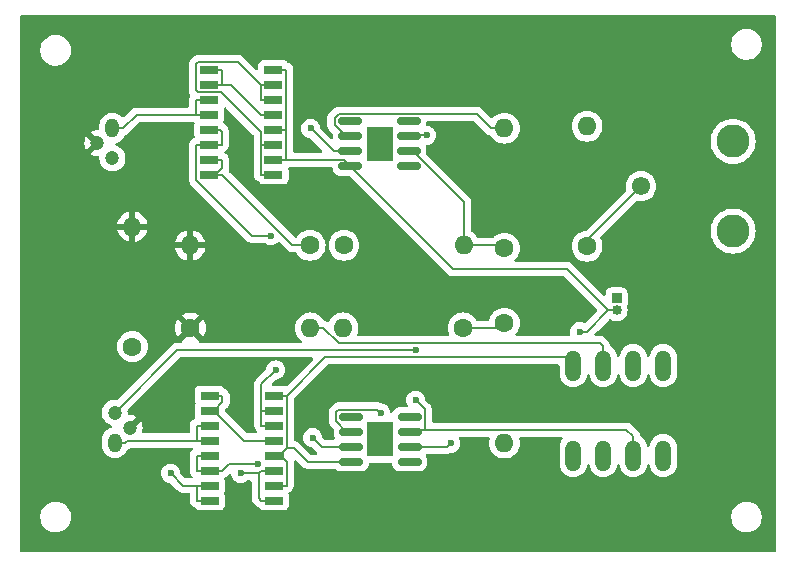
<source format=gbr>
%TF.GenerationSoftware,KiCad,Pcbnew,8.0.8*%
%TF.CreationDate,2025-02-03T10:15:12-05:00*%
%TF.ProjectId,Balanced Polarimeter,42616c61-6e63-4656-9420-506f6c617269,rev?*%
%TF.SameCoordinates,Original*%
%TF.FileFunction,Copper,L1,Top*%
%TF.FilePolarity,Positive*%
%FSLAX46Y46*%
G04 Gerber Fmt 4.6, Leading zero omitted, Abs format (unit mm)*
G04 Created by KiCad (PCBNEW 8.0.8) date 2025-02-03 10:15:12*
%MOMM*%
%LPD*%
G01*
G04 APERTURE LIST*
G04 Aperture macros list*
%AMRoundRect*
0 Rectangle with rounded corners*
0 $1 Rounding radius*
0 $2 $3 $4 $5 $6 $7 $8 $9 X,Y pos of 4 corners*
0 Add a 4 corners polygon primitive as box body*
4,1,4,$2,$3,$4,$5,$6,$7,$8,$9,$2,$3,0*
0 Add four circle primitives for the rounded corners*
1,1,$1+$1,$2,$3*
1,1,$1+$1,$4,$5*
1,1,$1+$1,$6,$7*
1,1,$1+$1,$8,$9*
0 Add four rect primitives between the rounded corners*
20,1,$1+$1,$2,$3,$4,$5,0*
20,1,$1+$1,$4,$5,$6,$7,0*
20,1,$1+$1,$6,$7,$8,$9,0*
20,1,$1+$1,$8,$9,$2,$3,0*%
G04 Aperture macros list end*
%TA.AperFunction,ComponentPad*%
%ADD10C,1.600000*%
%TD*%
%TA.AperFunction,ComponentPad*%
%ADD11O,1.600000X1.600000*%
%TD*%
%TA.AperFunction,SMDPad,CuDef*%
%ADD12RoundRect,0.150000X-0.825000X-0.150000X0.825000X-0.150000X0.825000X0.150000X-0.825000X0.150000X0*%
%TD*%
%TA.AperFunction,HeatsinkPad*%
%ADD13R,2.290000X3.000000*%
%TD*%
%TA.AperFunction,ComponentPad*%
%ADD14R,0.850000X0.850000*%
%TD*%
%TA.AperFunction,ComponentPad*%
%ADD15O,0.850000X0.850000*%
%TD*%
%TA.AperFunction,ComponentPad*%
%ADD16C,2.800000*%
%TD*%
%TA.AperFunction,ComponentPad*%
%ADD17C,1.550000*%
%TD*%
%TA.AperFunction,ComponentPad*%
%ADD18O,1.200000X1.600000*%
%TD*%
%TA.AperFunction,ComponentPad*%
%ADD19C,1.200000*%
%TD*%
%TA.AperFunction,SMDPad,CuDef*%
%ADD20R,1.550000X0.650000*%
%TD*%
%TA.AperFunction,ComponentPad*%
%ADD21O,1.320800X2.641600*%
%TD*%
%TA.AperFunction,ViaPad*%
%ADD22C,0.600000*%
%TD*%
%TA.AperFunction,Conductor*%
%ADD23C,0.200000*%
%TD*%
G04 APERTURE END LIST*
D10*
%TO.P,R8,1*%
%TO.N,V_out*%
X170500000Y-81580000D03*
D11*
%TO.P,R8,2*%
%TO.N,Net-(IC1-Pad2)*%
X170500000Y-71420000D03*
%TD*%
D10*
%TO.P,R3,1*%
%TO.N,Net-(R3-Pad1)*%
X163500000Y-81751300D03*
D11*
%TO.P,R3,2*%
%TO.N,Net-(U1--)*%
X163500000Y-71591300D03*
%TD*%
D10*
%TO.P,R7,1*%
%TO.N,Net-(R4-Pad1)*%
X163500000Y-88091300D03*
D11*
%TO.P,R7,2*%
%TO.N,Net-(IC1-Pad2)*%
X163500000Y-98251300D03*
%TD*%
D12*
%TO.P,U1,1*%
%TO.N,N/C*%
X150455000Y-71016300D03*
%TO.P,U1,2,-*%
%TO.N,Net-(U1--)*%
X150455000Y-72286300D03*
%TO.P,U1,3,+*%
%TO.N,Net-(Q1-COLLECTOR_#3_1)*%
X150455000Y-73556300D03*
%TO.P,U1,4,V-*%
%TO.N,-5V*%
X150455000Y-74826300D03*
%TO.P,U1,5*%
%TO.N,N/C*%
X155405000Y-74826300D03*
%TO.P,U1,6*%
%TO.N,Net-(R3-Pad1)*%
X155405000Y-73556300D03*
%TO.P,U1,7,V+*%
%TO.N,+5V*%
X155405000Y-72286300D03*
%TO.P,U1,8,~{PD}*%
%TO.N,unconnected-(U1-~{PD}-Pad8)*%
X155405000Y-71016300D03*
D13*
%TO.P,U1,9,EP*%
%TO.N,unconnected-(U1-EP-Pad9)*%
X152930000Y-72921300D03*
%TD*%
D10*
%TO.P,R2,1*%
%TO.N,Net-(Q2-COLLECTOR_#4_1)*%
X132000000Y-90080000D03*
D11*
%TO.P,R2,2*%
%TO.N,GND*%
X132000000Y-79920000D03*
%TD*%
D10*
%TO.P,R5,1*%
%TO.N,Net-(IC1-Pad3)*%
X149920000Y-81500000D03*
D11*
%TO.P,R5,2*%
%TO.N,Net-(R3-Pad1)*%
X160080000Y-81500000D03*
%TD*%
D14*
%TO.P,J2,1,Pin_1*%
%TO.N,+5V*%
X173000100Y-86000000D03*
D15*
%TO.P,J2,2,Pin_2*%
%TO.N,-5V*%
X173000100Y-87000000D03*
%TD*%
D16*
%TO.P,J1,1,1*%
%TO.N,unconnected-(J1-Pad1)*%
X182862500Y-80300000D03*
%TO.P,J1,2,2*%
%TO.N,unconnected-(J1-Pad2)*%
X182862500Y-72700000D03*
D17*
%TO.P,J1,3,3*%
%TO.N,V_out*%
X175062500Y-76500000D03*
%TD*%
D18*
%TO.P,D1,1,K*%
%TO.N,Net-(D1-K)*%
X130500000Y-98211300D03*
D19*
%TO.P,D1,2,C*%
%TO.N,GND*%
X131770000Y-96941300D03*
%TO.P,D1,3,A*%
%TO.N,+5V*%
X130500000Y-95671300D03*
%TD*%
D20*
%TO.P,Q1,1,COLLECTOR_DYE_#1*%
%TO.N,Net-(Q1-BASE_#2)*%
X138500000Y-66631300D03*
%TO.P,Q1,2,COLLECTOR_#1*%
X138500000Y-67901300D03*
%TO.P,Q1,3,COLLECTOR_#2_1*%
%TO.N,Net-(D2-K)*%
X138500000Y-69171300D03*
%TO.P,Q1,4,COLLECTOR_#2_2*%
X138500000Y-70441300D03*
%TO.P,Q1,5,COLLECTOR_#3_1*%
%TO.N,Net-(Q1-COLLECTOR_#3_1)*%
X138500000Y-71711300D03*
%TO.P,Q1,6,COLLECTOR_#3_2*%
X138500000Y-72981300D03*
%TO.P,Q1,7,COLLECTOR_#4_1*%
%TO.N,Net-(Q1-COLLECTOR_#4_1)*%
X138500000Y-74251300D03*
%TO.P,Q1,8,COLLECTOR_#4_2*%
X138500000Y-75521300D03*
%TO.P,Q1,9,BASE_#4*%
%TO.N,Net-(Q1-BASE_#1)*%
X143950000Y-75521300D03*
%TO.P,Q1,10,EMITTER_#4*%
%TO.N,-5V*%
X143950000Y-74251300D03*
%TO.P,Q1,11,BASE_#3*%
%TO.N,Net-(Q1-BASE_#1)*%
X143950000Y-72981300D03*
%TO.P,Q1,12,EMITTER_#3*%
%TO.N,-5V*%
X143950000Y-71711300D03*
%TO.P,Q1,13,BASE_#2*%
%TO.N,Net-(Q1-BASE_#2)*%
X143950000Y-70441300D03*
%TO.P,Q1,14,EMITTER_#2*%
%TO.N,Net-(Q1-BASE_#1)*%
X143950000Y-69171300D03*
%TO.P,Q1,15,BASE_#1*%
X143950000Y-67901300D03*
%TO.P,Q1,16,EMITTER_#1*%
%TO.N,-5V*%
X143950000Y-66631300D03*
%TD*%
%TO.P,Q2,1,COLLECTOR_DYE_#1*%
%TO.N,Net-(Q2-BASE_#2)*%
X138550000Y-94226300D03*
%TO.P,Q2,2,COLLECTOR_#1*%
X138550000Y-95496300D03*
%TO.P,Q2,3,COLLECTOR_#2_1*%
%TO.N,Net-(D1-K)*%
X138550000Y-96766300D03*
%TO.P,Q2,4,COLLECTOR_#2_2*%
X138550000Y-98036300D03*
%TO.P,Q2,5,COLLECTOR_#3_1*%
%TO.N,Net-(Q2-COLLECTOR_#3_1)*%
X138550000Y-99306300D03*
%TO.P,Q2,6,COLLECTOR_#3_2*%
X138550000Y-100576300D03*
%TO.P,Q2,7,COLLECTOR_#4_1*%
%TO.N,Net-(Q2-COLLECTOR_#4_1)*%
X138550000Y-101846300D03*
%TO.P,Q2,8,COLLECTOR_#4_2*%
X138550000Y-103116300D03*
%TO.P,Q2,9,BASE_#4*%
%TO.N,Net-(Q2-BASE_#1)*%
X144000000Y-103116300D03*
%TO.P,Q2,10,EMITTER_#4*%
%TO.N,-5V*%
X144000000Y-101846300D03*
%TO.P,Q2,11,BASE_#3*%
%TO.N,Net-(Q2-BASE_#1)*%
X144000000Y-100576300D03*
%TO.P,Q2,12,EMITTER_#3*%
%TO.N,-5V*%
X144000000Y-99306300D03*
%TO.P,Q2,13,BASE_#2*%
%TO.N,Net-(Q2-BASE_#2)*%
X144000000Y-98036300D03*
%TO.P,Q2,14,EMITTER_#2*%
%TO.N,Net-(Q2-BASE_#1)*%
X144000000Y-96766300D03*
%TO.P,Q2,15,BASE_#1*%
X144000000Y-95496300D03*
%TO.P,Q2,16,EMITTER_#1*%
%TO.N,-5V*%
X144000000Y-94226300D03*
%TD*%
D21*
%TO.P,IC1,1*%
%TO.N,unconnected-(IC1-Pad1)*%
X176946800Y-91690000D03*
%TO.P,IC1,2*%
%TO.N,Net-(IC1-Pad2)*%
X174406800Y-91690000D03*
%TO.P,IC1,3*%
%TO.N,Net-(IC1-Pad3)*%
X171866800Y-91690000D03*
%TO.P,IC1,4*%
%TO.N,-5V*%
X169326800Y-91690000D03*
%TO.P,IC1,5*%
%TO.N,unconnected-(IC1-Pad5)*%
X169326800Y-99310000D03*
%TO.P,IC1,6*%
%TO.N,V_out*%
X171866800Y-99310000D03*
%TO.P,IC1,7*%
%TO.N,+5V*%
X174406800Y-99310000D03*
%TO.P,IC1,8*%
%TO.N,N/C*%
X176946800Y-99310000D03*
%TD*%
D18*
%TO.P,D2,1,K*%
%TO.N,Net-(D2-K)*%
X130315300Y-71586000D03*
D19*
%TO.P,D2,2,C*%
%TO.N,GND*%
X129045300Y-72856000D03*
%TO.P,D2,3,A*%
%TO.N,+5V*%
X130315300Y-74126000D03*
%TD*%
D10*
%TO.P,R4,1*%
%TO.N,Net-(R4-Pad1)*%
X160000000Y-88500000D03*
D11*
%TO.P,R4,2*%
%TO.N,Net-(U2--)*%
X149840000Y-88500000D03*
%TD*%
D10*
%TO.P,R6,1*%
%TO.N,GND*%
X136920000Y-88500000D03*
D11*
%TO.P,R6,2*%
%TO.N,Net-(IC1-Pad3)*%
X147080000Y-88500000D03*
%TD*%
D12*
%TO.P,U2,1*%
%TO.N,N/C*%
X150525000Y-96016300D03*
%TO.P,U2,2,-*%
%TO.N,Net-(U2--)*%
X150525000Y-97286300D03*
%TO.P,U2,3,+*%
%TO.N,Net-(Q2-COLLECTOR_#3_1)*%
X150525000Y-98556300D03*
%TO.P,U2,4,V-*%
%TO.N,-5V*%
X150525000Y-99826300D03*
%TO.P,U2,5*%
%TO.N,N/C*%
X155475000Y-99826300D03*
%TO.P,U2,6*%
%TO.N,Net-(R4-Pad1)*%
X155475000Y-98556300D03*
%TO.P,U2,7,V+*%
%TO.N,+5V*%
X155475000Y-97286300D03*
%TO.P,U2,8,~{PD}*%
%TO.N,unconnected-(U2-~{PD}-Pad8)*%
X155475000Y-96016300D03*
D13*
%TO.P,U2,9,EP*%
%TO.N,unconnected-(U2-EP-Pad9)*%
X153000000Y-97921300D03*
%TD*%
D10*
%TO.P,R1,1*%
%TO.N,Net-(Q1-COLLECTOR_#4_1)*%
X147048800Y-81500000D03*
D11*
%TO.P,R1,2*%
%TO.N,GND*%
X136888800Y-81500000D03*
%TD*%
D22*
%TO.N,+5V*%
X155982600Y-94610800D03*
X156922500Y-72195600D03*
X155982600Y-90377300D03*
%TO.N,-5V*%
X169859600Y-88817900D03*
%TO.N,Net-(Q1-COLLECTOR_#3_1)*%
X143722000Y-80700100D03*
X147091500Y-71615000D03*
%TO.N,Net-(Q2-BASE_#1)*%
X144127800Y-92046600D03*
X141164100Y-100803000D03*
%TO.N,Net-(Q2-COLLECTOR_#4_1)*%
X135236700Y-100803000D03*
%TO.N,Net-(Q2-COLLECTOR_#3_1)*%
X142621300Y-100023300D03*
X147260900Y-97791600D03*
%TO.N,Net-(R4-Pad1)*%
X158946300Y-98281300D03*
%TO.N,Net-(U2--)*%
X153018200Y-95691300D03*
%TD*%
D23*
%TO.N,+5V*%
X156763700Y-97119000D02*
X155642300Y-97119000D01*
X174406800Y-97687500D02*
X173838300Y-97119000D01*
X155642300Y-97119000D02*
X155475000Y-97286300D01*
X174406800Y-99310000D02*
X174406800Y-97687500D01*
X135794000Y-90377300D02*
X155982600Y-90377300D01*
X156763700Y-95391900D02*
X156763700Y-97119000D01*
X130500000Y-95671300D02*
X135794000Y-90377300D01*
X173838300Y-97119000D02*
X156763700Y-97119000D01*
X155495700Y-72195600D02*
X155405000Y-72286300D01*
X155982600Y-94610800D02*
X156763700Y-95391900D01*
X156922500Y-72195600D02*
X155495700Y-72195600D01*
%TO.N,Net-(D1-K)*%
X138550000Y-96766300D02*
X137473300Y-96766300D01*
X130500000Y-98211300D02*
X131401700Y-98211300D01*
X131576700Y-98036300D02*
X131401700Y-98211300D01*
X137473300Y-98036300D02*
X137473300Y-96766300D01*
X137574200Y-98036300D02*
X137473300Y-98036300D01*
X138550000Y-98036300D02*
X137574200Y-98036300D01*
X137473300Y-98036300D02*
X131576700Y-98036300D01*
%TO.N,Net-(D2-K)*%
X137423300Y-70441300D02*
X138500000Y-70441300D01*
X132361700Y-70441300D02*
X137423300Y-70441300D01*
X138500000Y-69171300D02*
X137423300Y-69171300D01*
X130315300Y-71586000D02*
X131217000Y-71586000D01*
X131217000Y-71586000D02*
X132361700Y-70441300D01*
X137423300Y-70441300D02*
X137423300Y-69171300D01*
%TO.N,-5V*%
X143950000Y-71711300D02*
X144925900Y-71711300D01*
X145026700Y-74251300D02*
X143950000Y-74251300D01*
X145026700Y-74251300D02*
X149880000Y-74251300D01*
X173000100Y-87000000D02*
X172374300Y-87000000D01*
X145026700Y-74251300D02*
X145026700Y-71711300D01*
X145026700Y-71709800D02*
X145026700Y-66631300D01*
X144000000Y-94226300D02*
X144975900Y-94226300D01*
X144791500Y-99553300D02*
X145076700Y-99838500D01*
X145025200Y-71711300D02*
X145026700Y-71709800D01*
X145076700Y-94226300D02*
X148324000Y-90979000D01*
X168800300Y-83516500D02*
X159145200Y-83516500D01*
X148324000Y-90979000D02*
X169226500Y-90979000D01*
X144791500Y-99306300D02*
X144791500Y-99553300D01*
X169326800Y-91690000D02*
X169326800Y-90878700D01*
X169226500Y-90979000D02*
X169326800Y-90878700D01*
X172283800Y-87000000D02*
X168800300Y-83516500D01*
X149880000Y-74251300D02*
X150455000Y-74826300D01*
X169859600Y-88817900D02*
X170455500Y-88817900D01*
X144000000Y-101846300D02*
X145076700Y-101846300D01*
X144791500Y-99306300D02*
X144000000Y-99306300D01*
X145721900Y-98702500D02*
X145076700Y-98702500D01*
X145076700Y-94226300D02*
X145076700Y-98702500D01*
X145076700Y-99838500D02*
X145076700Y-101846300D01*
X172374300Y-87000000D02*
X172283800Y-87000000D01*
X150525000Y-99826300D02*
X146845700Y-99826300D01*
X143950000Y-66631300D02*
X145026700Y-66631300D01*
X144791500Y-98987700D02*
X144791500Y-99306300D01*
X144975900Y-94226300D02*
X145075200Y-94226300D01*
X145076700Y-98702500D02*
X144791500Y-98987700D01*
X145025200Y-71711300D02*
X145026700Y-71711300D01*
X144925900Y-71711300D02*
X145025200Y-71711300D01*
X145075200Y-94226300D02*
X145076700Y-94226300D01*
X172283800Y-87000000D02*
X172273400Y-87000000D01*
X159145200Y-83516500D02*
X150455000Y-74826300D01*
X146845700Y-99826300D02*
X145721900Y-98702500D01*
X170455500Y-88817900D02*
X172273400Y-87000000D01*
%TO.N,V_out*%
X170500000Y-81062500D02*
X170500000Y-81580000D01*
X175062500Y-76500000D02*
X170500000Y-81062500D01*
%TO.N,Net-(IC1-Pad3)*%
X147080000Y-88500000D02*
X148181700Y-88500000D01*
X149457300Y-89775600D02*
X148181700Y-88500000D01*
X171574900Y-89775600D02*
X149457300Y-89775600D01*
X171866800Y-90067500D02*
X171574900Y-89775600D01*
X171866800Y-91690000D02*
X171866800Y-90067500D01*
%TO.N,Net-(Q1-BASE_#2)*%
X138500000Y-66631300D02*
X139576700Y-66631300D01*
X143950000Y-70441300D02*
X142873300Y-70441300D01*
X142873300Y-70441300D02*
X140333300Y-67901300D01*
X139576700Y-67901300D02*
X138500000Y-67901300D01*
X140333300Y-67901300D02*
X139576700Y-67901300D01*
X139576700Y-67901300D02*
X139576700Y-66631300D01*
%TO.N,Net-(Q1-BASE_#1)*%
X143512500Y-69171300D02*
X143950000Y-69171300D01*
X142874800Y-69171300D02*
X142873300Y-69171300D01*
X142874800Y-67901300D02*
X142874100Y-67901300D01*
X142874100Y-67901300D02*
X142873300Y-67901300D01*
X143950000Y-75521300D02*
X142873300Y-75521300D01*
X137553300Y-68544600D02*
X137365500Y-68356800D01*
X142873300Y-67901300D02*
X142873300Y-69171300D01*
X137590000Y-65970100D02*
X140942900Y-65970100D01*
X143950000Y-72981300D02*
X142873300Y-72981300D01*
X142873300Y-72981300D02*
X142873300Y-71915300D01*
X143512500Y-69171300D02*
X142974200Y-69171300D01*
X143950000Y-67901300D02*
X142974200Y-67901300D01*
X137365500Y-68356800D02*
X137365500Y-66194600D01*
X139502600Y-68544600D02*
X137553300Y-68544600D01*
X142873300Y-71915300D02*
X139502600Y-68544600D01*
X142974200Y-69171300D02*
X142874800Y-69171300D01*
X142974200Y-67901300D02*
X142874800Y-67901300D01*
X140942900Y-65970100D02*
X142874100Y-67901300D01*
X142873300Y-75521300D02*
X142873300Y-72981300D01*
X137365500Y-66194600D02*
X137590000Y-65970100D01*
%TO.N,Net-(Q1-COLLECTOR_#3_1)*%
X139410400Y-71711300D02*
X139576700Y-71877600D01*
X149032800Y-73556300D02*
X150455000Y-73556300D01*
X139576700Y-71877600D02*
X139576700Y-72981300D01*
X137423300Y-72981300D02*
X137423300Y-76018100D01*
X138500000Y-72981300D02*
X137423300Y-72981300D01*
X137423300Y-76018100D02*
X142105300Y-80700100D01*
X138500000Y-72981300D02*
X139576700Y-72981300D01*
X147091500Y-71615000D02*
X149032800Y-73556300D01*
X142105300Y-80700100D02*
X143722000Y-80700100D01*
X138500000Y-71711300D02*
X139410400Y-71711300D01*
%TO.N,Net-(Q1-COLLECTOR_#4_1)*%
X138500000Y-75521300D02*
X139038400Y-75521300D01*
X139038400Y-75521300D02*
X139576700Y-75521300D01*
X139576700Y-74983000D02*
X139576700Y-74251300D01*
X147048800Y-81500000D02*
X145555400Y-81500000D01*
X139038400Y-75521300D02*
X139576700Y-74983000D01*
X145555400Y-81500000D02*
X139576700Y-75521300D01*
X138500000Y-74251300D02*
X139576700Y-74251300D01*
%TO.N,Net-(Q2-BASE_#1)*%
X142696600Y-102889600D02*
X142923300Y-103116300D01*
X143562500Y-96766300D02*
X142923300Y-96766300D01*
X142923300Y-95496300D02*
X142923300Y-93251100D01*
X142923300Y-96766300D02*
X142923300Y-95496300D01*
X142696600Y-100803000D02*
X142923300Y-100576300D01*
X144000000Y-100576300D02*
X142923300Y-100576300D01*
X144000000Y-103116300D02*
X142923300Y-103116300D01*
X142696600Y-100803000D02*
X142696600Y-102889600D01*
X144000000Y-95496300D02*
X142923300Y-95496300D01*
X142923300Y-93251100D02*
X144127800Y-92046600D01*
X143562500Y-96766300D02*
X144000000Y-96766300D01*
X141164100Y-100803000D02*
X142696600Y-100803000D01*
%TO.N,Net-(Q2-BASE_#2)*%
X138550000Y-94226300D02*
X139626700Y-94226300D01*
X138550000Y-95496300D02*
X138917800Y-95496300D01*
X138917800Y-95496300D02*
X139626700Y-94787400D01*
X144000000Y-98036300D02*
X141457800Y-98036300D01*
X139626700Y-94787400D02*
X139626700Y-94226300D01*
X141457800Y-98036300D02*
X138917800Y-95496300D01*
%TO.N,Net-(Q2-COLLECTOR_#4_1)*%
X135236700Y-100803000D02*
X136280000Y-101846300D01*
X137473300Y-103116300D02*
X137473300Y-101846300D01*
X138550000Y-101846300D02*
X137473300Y-101846300D01*
X136280000Y-101846300D02*
X137473300Y-101846300D01*
X138550000Y-103116300D02*
X137473300Y-103116300D01*
%TO.N,Net-(Q2-COLLECTOR_#3_1)*%
X139626700Y-100576300D02*
X140179700Y-100023300D01*
X148025600Y-98556300D02*
X147260900Y-97791600D01*
X140179700Y-100023300D02*
X142621300Y-100023300D01*
X150525000Y-98556300D02*
X148025600Y-98556300D01*
X138550000Y-99306300D02*
X137473300Y-99306300D01*
X138550000Y-100576300D02*
X139626700Y-100576300D01*
X137473300Y-100576300D02*
X137473300Y-99306300D01*
X138011700Y-100576300D02*
X138550000Y-100576300D01*
X138011700Y-100576300D02*
X137473300Y-100576300D01*
%TO.N,Net-(R3-Pad1)*%
X163248700Y-81500000D02*
X163500000Y-81751300D01*
X160080000Y-77857500D02*
X160080000Y-81500000D01*
X155778800Y-73556300D02*
X160080000Y-77857500D01*
X155405000Y-73556300D02*
X155778800Y-73556300D01*
X160080000Y-81500000D02*
X163248700Y-81500000D01*
%TO.N,Net-(U1--)*%
X161178300Y-70371300D02*
X162398300Y-71591300D01*
X149120000Y-71349900D02*
X149120000Y-70731100D01*
X150455000Y-72286300D02*
X150056400Y-72286300D01*
X149120000Y-70731100D02*
X149479800Y-70371300D01*
X149479800Y-70371300D02*
X161178300Y-70371300D01*
X163500000Y-71591300D02*
X162398300Y-71591300D01*
X150056400Y-72286300D02*
X149120000Y-71349900D01*
%TO.N,Net-(R4-Pad1)*%
X160000000Y-88500000D02*
X163091300Y-88500000D01*
X163091300Y-88500000D02*
X163500000Y-88091300D01*
X155475000Y-98556300D02*
X158671300Y-98556300D01*
X158671300Y-98556300D02*
X158946300Y-98281300D01*
%TO.N,Net-(U2--)*%
X152740900Y-95414000D02*
X153018200Y-95691300D01*
X149450900Y-95414000D02*
X152740900Y-95414000D01*
X149247700Y-95617200D02*
X149450900Y-95414000D01*
X150126300Y-97286300D02*
X149247700Y-96407700D01*
X150525000Y-97286300D02*
X150126300Y-97286300D01*
X149247700Y-96407700D02*
X149247700Y-95617200D01*
%TD*%
%TA.AperFunction,Conductor*%
%TO.N,GND*%
G36*
X147243641Y-90997485D02*
G01*
X147289396Y-91050289D01*
X147299340Y-91119447D01*
X147270315Y-91183003D01*
X147264283Y-91189481D01*
X145058333Y-93395430D01*
X144997010Y-93428915D01*
X144927320Y-93423931D01*
X144882485Y-93407209D01*
X144882483Y-93407208D01*
X144822883Y-93400801D01*
X144822881Y-93400800D01*
X144822873Y-93400800D01*
X144822865Y-93400800D01*
X143922196Y-93400800D01*
X143855157Y-93381115D01*
X143809402Y-93328311D01*
X143799458Y-93259153D01*
X143828483Y-93195597D01*
X143834515Y-93189119D01*
X143916958Y-93106676D01*
X144146335Y-92877298D01*
X144207656Y-92843815D01*
X144220111Y-92841763D01*
X144307055Y-92831968D01*
X144477322Y-92772389D01*
X144630062Y-92676416D01*
X144757616Y-92548862D01*
X144853589Y-92396122D01*
X144913168Y-92225855D01*
X144933365Y-92046600D01*
X144930219Y-92018682D01*
X144913169Y-91867350D01*
X144913168Y-91867345D01*
X144853588Y-91697076D01*
X144814382Y-91634680D01*
X144757616Y-91544338D01*
X144630062Y-91416784D01*
X144548656Y-91365633D01*
X144477323Y-91320811D01*
X144307054Y-91261231D01*
X144307049Y-91261230D01*
X144127804Y-91241035D01*
X144127796Y-91241035D01*
X143948550Y-91261230D01*
X143948545Y-91261231D01*
X143778276Y-91320811D01*
X143625537Y-91416784D01*
X143497984Y-91544337D01*
X143402010Y-91697078D01*
X143342430Y-91867350D01*
X143332637Y-91954268D01*
X143305570Y-92018682D01*
X143297098Y-92028065D01*
X142554586Y-92770578D01*
X142442781Y-92882382D01*
X142442775Y-92882390D01*
X142398636Y-92958843D01*
X142398636Y-92958844D01*
X142363723Y-93019315D01*
X142322799Y-93172043D01*
X142322799Y-93172045D01*
X142322799Y-93340146D01*
X142322800Y-93340159D01*
X142322800Y-95417243D01*
X142322800Y-96845357D01*
X142361940Y-96991427D01*
X142363723Y-96998083D01*
X142363726Y-96998090D01*
X142442775Y-97135009D01*
X142442781Y-97135017D01*
X142531883Y-97224119D01*
X142565368Y-97285442D01*
X142560384Y-97355134D01*
X142518512Y-97411067D01*
X142453048Y-97435484D01*
X142444202Y-97435800D01*
X141757897Y-97435800D01*
X141690858Y-97416115D01*
X141670216Y-97399481D01*
X139861818Y-95591083D01*
X139828333Y-95529760D01*
X139825499Y-95503402D01*
X139825499Y-95489197D01*
X139845184Y-95422158D01*
X139861812Y-95401521D01*
X139985209Y-95278124D01*
X139985214Y-95278121D01*
X139995414Y-95267920D01*
X139995416Y-95267920D01*
X140107220Y-95156116D01*
X140161855Y-95061484D01*
X140186277Y-95019185D01*
X140227201Y-94866457D01*
X140227201Y-94708343D01*
X140227201Y-94700748D01*
X140227200Y-94700730D01*
X140227200Y-94147245D01*
X140227200Y-94147243D01*
X140186277Y-93994516D01*
X140123055Y-93885011D01*
X140107224Y-93857590D01*
X140107218Y-93857582D01*
X139995417Y-93745781D01*
X139995409Y-93745775D01*
X139858490Y-93666726D01*
X139858486Y-93666724D01*
X139858484Y-93666723D01*
X139858482Y-93666722D01*
X139858481Y-93666722D01*
X139795003Y-93649712D01*
X139735343Y-93613346D01*
X139727832Y-93604249D01*
X139682546Y-93543754D01*
X139601009Y-93482715D01*
X139567335Y-93457506D01*
X139567328Y-93457502D01*
X139432482Y-93407208D01*
X139432483Y-93407208D01*
X139372883Y-93400801D01*
X139372881Y-93400800D01*
X139372873Y-93400800D01*
X139372864Y-93400800D01*
X137727129Y-93400800D01*
X137727123Y-93400801D01*
X137667516Y-93407208D01*
X137532671Y-93457502D01*
X137532664Y-93457506D01*
X137417455Y-93543752D01*
X137417452Y-93543755D01*
X137331206Y-93658964D01*
X137331202Y-93658971D01*
X137280910Y-93793813D01*
X137280909Y-93793817D01*
X137274500Y-93853427D01*
X137274500Y-93853434D01*
X137274500Y-93853435D01*
X137274500Y-94599170D01*
X137274501Y-94599176D01*
X137280908Y-94658783D01*
X137331202Y-94793628D01*
X137335454Y-94801414D01*
X137332280Y-94803146D01*
X137350659Y-94852602D01*
X137335725Y-94920857D01*
X137335117Y-94921802D01*
X137331202Y-94928971D01*
X137281781Y-95061479D01*
X137280909Y-95063817D01*
X137274500Y-95123427D01*
X137274500Y-95123434D01*
X137274500Y-95123435D01*
X137274500Y-95869170D01*
X137274501Y-95869176D01*
X137280909Y-95928784D01*
X137323907Y-96044070D01*
X137328891Y-96113761D01*
X137295405Y-96175084D01*
X137248441Y-96202203D01*
X137249025Y-96203613D01*
X137241509Y-96206726D01*
X137104590Y-96285775D01*
X137104582Y-96285781D01*
X136992781Y-96397582D01*
X136992775Y-96397590D01*
X136913726Y-96534509D01*
X136913723Y-96534516D01*
X136872800Y-96687243D01*
X136872800Y-97311800D01*
X136853115Y-97378839D01*
X136800311Y-97424594D01*
X136748800Y-97435800D01*
X132937164Y-97435800D01*
X132870125Y-97416115D01*
X132824370Y-97363311D01*
X132814426Y-97294153D01*
X132817898Y-97277866D01*
X132855902Y-97144292D01*
X132855903Y-97144289D01*
X132874713Y-96941300D01*
X132874713Y-96941299D01*
X132855903Y-96738310D01*
X132855902Y-96738307D01*
X132800116Y-96542236D01*
X132800113Y-96542230D01*
X132709249Y-96359749D01*
X132709247Y-96359747D01*
X132707465Y-96357387D01*
X132120000Y-96944852D01*
X132120000Y-96895222D01*
X132096148Y-96806205D01*
X132050070Y-96726395D01*
X131984905Y-96661230D01*
X131905095Y-96615152D01*
X131816078Y-96591300D01*
X131766446Y-96591300D01*
X132350687Y-96007058D01*
X132262413Y-95952401D01*
X132262411Y-95952400D01*
X132072321Y-95878760D01*
X131871928Y-95841300D01*
X131725484Y-95841300D01*
X131658445Y-95821615D01*
X131612690Y-95768811D01*
X131602013Y-95705860D01*
X131605215Y-95671302D01*
X131605215Y-95671300D01*
X131599777Y-95612617D01*
X131588877Y-95494986D01*
X131602292Y-95426419D01*
X131624664Y-95395869D01*
X136006417Y-91014119D01*
X136067740Y-90980634D01*
X136094098Y-90977800D01*
X147176602Y-90977800D01*
X147243641Y-90997485D01*
G37*
%TD.AperFunction*%
%TA.AperFunction,Conductor*%
G36*
X186442539Y-62020185D02*
G01*
X186488294Y-62072989D01*
X186499500Y-62124500D01*
X186499500Y-107375500D01*
X186479815Y-107442539D01*
X186427011Y-107488294D01*
X186375500Y-107499500D01*
X122624500Y-107499500D01*
X122557461Y-107479815D01*
X122511706Y-107427011D01*
X122500500Y-107375500D01*
X122500500Y-104397648D01*
X124199500Y-104397648D01*
X124199500Y-104602351D01*
X124231522Y-104804534D01*
X124294781Y-104999223D01*
X124387715Y-105181613D01*
X124508028Y-105347213D01*
X124652786Y-105491971D01*
X124807749Y-105604556D01*
X124818390Y-105612287D01*
X124934607Y-105671503D01*
X125000776Y-105705218D01*
X125000778Y-105705218D01*
X125000781Y-105705220D01*
X125105137Y-105739127D01*
X125195465Y-105768477D01*
X125296557Y-105784488D01*
X125397648Y-105800500D01*
X125397649Y-105800500D01*
X125602351Y-105800500D01*
X125602352Y-105800500D01*
X125804534Y-105768477D01*
X125999219Y-105705220D01*
X126181610Y-105612287D01*
X126274590Y-105544732D01*
X126347213Y-105491971D01*
X126347215Y-105491968D01*
X126347219Y-105491966D01*
X126491966Y-105347219D01*
X126491968Y-105347215D01*
X126491971Y-105347213D01*
X126544732Y-105274590D01*
X126612287Y-105181610D01*
X126705220Y-104999219D01*
X126768477Y-104804534D01*
X126800500Y-104602352D01*
X126800500Y-104397648D01*
X182699500Y-104397648D01*
X182699500Y-104602351D01*
X182731522Y-104804534D01*
X182794781Y-104999223D01*
X182887715Y-105181613D01*
X183008028Y-105347213D01*
X183152786Y-105491971D01*
X183307749Y-105604556D01*
X183318390Y-105612287D01*
X183434607Y-105671503D01*
X183500776Y-105705218D01*
X183500778Y-105705218D01*
X183500781Y-105705220D01*
X183605137Y-105739127D01*
X183695465Y-105768477D01*
X183796557Y-105784488D01*
X183897648Y-105800500D01*
X183897649Y-105800500D01*
X184102351Y-105800500D01*
X184102352Y-105800500D01*
X184304534Y-105768477D01*
X184499219Y-105705220D01*
X184681610Y-105612287D01*
X184774590Y-105544732D01*
X184847213Y-105491971D01*
X184847215Y-105491968D01*
X184847219Y-105491966D01*
X184991966Y-105347219D01*
X184991968Y-105347215D01*
X184991971Y-105347213D01*
X185044732Y-105274590D01*
X185112287Y-105181610D01*
X185205220Y-104999219D01*
X185268477Y-104804534D01*
X185300500Y-104602352D01*
X185300500Y-104397648D01*
X185268477Y-104195466D01*
X185205220Y-104000781D01*
X185205218Y-104000778D01*
X185205218Y-104000776D01*
X185146274Y-103885093D01*
X185112287Y-103818390D01*
X185047524Y-103729250D01*
X184991971Y-103652786D01*
X184847213Y-103508028D01*
X184681613Y-103387715D01*
X184681612Y-103387714D01*
X184681610Y-103387713D01*
X184603832Y-103348083D01*
X184499223Y-103294781D01*
X184304534Y-103231522D01*
X184129995Y-103203878D01*
X184102352Y-103199500D01*
X183897648Y-103199500D01*
X183873329Y-103203351D01*
X183695465Y-103231522D01*
X183500776Y-103294781D01*
X183318386Y-103387715D01*
X183152786Y-103508028D01*
X183008028Y-103652786D01*
X182887715Y-103818386D01*
X182794781Y-104000776D01*
X182731522Y-104195465D01*
X182699500Y-104397648D01*
X126800500Y-104397648D01*
X126768477Y-104195466D01*
X126705220Y-104000781D01*
X126705218Y-104000778D01*
X126705218Y-104000776D01*
X126646274Y-103885093D01*
X126612287Y-103818390D01*
X126547524Y-103729250D01*
X126491971Y-103652786D01*
X126347213Y-103508028D01*
X126181613Y-103387715D01*
X126181612Y-103387714D01*
X126181610Y-103387713D01*
X126103832Y-103348083D01*
X125999223Y-103294781D01*
X125804534Y-103231522D01*
X125629995Y-103203878D01*
X125602352Y-103199500D01*
X125397648Y-103199500D01*
X125373329Y-103203351D01*
X125195465Y-103231522D01*
X125000776Y-103294781D01*
X124818386Y-103387715D01*
X124652786Y-103508028D01*
X124508028Y-103652786D01*
X124387715Y-103818386D01*
X124294781Y-104000776D01*
X124231522Y-104195465D01*
X124199500Y-104397648D01*
X122500500Y-104397648D01*
X122500500Y-90079998D01*
X130694532Y-90079998D01*
X130694532Y-90080001D01*
X130714364Y-90306686D01*
X130714366Y-90306697D01*
X130773258Y-90526488D01*
X130773261Y-90526497D01*
X130869431Y-90732732D01*
X130869432Y-90732734D01*
X130999954Y-90919141D01*
X131160858Y-91080045D01*
X131160861Y-91080047D01*
X131347266Y-91210568D01*
X131553504Y-91306739D01*
X131773308Y-91365635D01*
X131935230Y-91379801D01*
X131999998Y-91385468D01*
X132000000Y-91385468D01*
X132000002Y-91385468D01*
X132056673Y-91380509D01*
X132226692Y-91365635D01*
X132446496Y-91306739D01*
X132652734Y-91210568D01*
X132839139Y-91080047D01*
X133000047Y-90919139D01*
X133130568Y-90732734D01*
X133226739Y-90526496D01*
X133285635Y-90306692D01*
X133305468Y-90080000D01*
X133304308Y-90066746D01*
X133289438Y-89896775D01*
X133285635Y-89853308D01*
X133226739Y-89633504D01*
X133130568Y-89427266D01*
X133000047Y-89240861D01*
X133000045Y-89240858D01*
X132839141Y-89079954D01*
X132652734Y-88949432D01*
X132652732Y-88949431D01*
X132446497Y-88853261D01*
X132446488Y-88853258D01*
X132226697Y-88794366D01*
X132226693Y-88794365D01*
X132226692Y-88794365D01*
X132226691Y-88794364D01*
X132226686Y-88794364D01*
X132000002Y-88774532D01*
X131999998Y-88774532D01*
X131773313Y-88794364D01*
X131773302Y-88794366D01*
X131553511Y-88853258D01*
X131553502Y-88853261D01*
X131347267Y-88949431D01*
X131347265Y-88949432D01*
X131160858Y-89079954D01*
X130999954Y-89240858D01*
X130869432Y-89427265D01*
X130869431Y-89427267D01*
X130773261Y-89633502D01*
X130773258Y-89633511D01*
X130714366Y-89853302D01*
X130714364Y-89853313D01*
X130694532Y-90079998D01*
X122500500Y-90079998D01*
X122500500Y-81249999D01*
X135609927Y-81249999D01*
X135609928Y-81250000D01*
X136573114Y-81250000D01*
X136568720Y-81254394D01*
X136516059Y-81345606D01*
X136488800Y-81447339D01*
X136488800Y-81552661D01*
X136516059Y-81654394D01*
X136568720Y-81745606D01*
X136573114Y-81750000D01*
X135609928Y-81750000D01*
X135662530Y-81946317D01*
X135662534Y-81946326D01*
X135758665Y-82152482D01*
X135889142Y-82338820D01*
X136049979Y-82499657D01*
X136236317Y-82630134D01*
X136442473Y-82726265D01*
X136442482Y-82726269D01*
X136638799Y-82778872D01*
X136638800Y-82778871D01*
X136638800Y-81815686D01*
X136643194Y-81820080D01*
X136734406Y-81872741D01*
X136836139Y-81900000D01*
X136941461Y-81900000D01*
X137043194Y-81872741D01*
X137134406Y-81820080D01*
X137138800Y-81815686D01*
X137138800Y-82778872D01*
X137335117Y-82726269D01*
X137335126Y-82726265D01*
X137541282Y-82630134D01*
X137727620Y-82499657D01*
X137888457Y-82338820D01*
X138018934Y-82152482D01*
X138115065Y-81946326D01*
X138115069Y-81946317D01*
X138167672Y-81750000D01*
X137204486Y-81750000D01*
X137208880Y-81745606D01*
X137261541Y-81654394D01*
X137288800Y-81552661D01*
X137288800Y-81447339D01*
X137261541Y-81345606D01*
X137208880Y-81254394D01*
X137204486Y-81250000D01*
X138167672Y-81250000D01*
X138167672Y-81249999D01*
X138115069Y-81053682D01*
X138115065Y-81053673D01*
X138018934Y-80847517D01*
X137888457Y-80661179D01*
X137727620Y-80500342D01*
X137541282Y-80369865D01*
X137335128Y-80273734D01*
X137138800Y-80221127D01*
X137138800Y-81184314D01*
X137134406Y-81179920D01*
X137043194Y-81127259D01*
X136941461Y-81100000D01*
X136836139Y-81100000D01*
X136734406Y-81127259D01*
X136643194Y-81179920D01*
X136638800Y-81184314D01*
X136638800Y-80221127D01*
X136442471Y-80273734D01*
X136236317Y-80369865D01*
X136049979Y-80500342D01*
X135889142Y-80661179D01*
X135758665Y-80847517D01*
X135662534Y-81053673D01*
X135662530Y-81053682D01*
X135609927Y-81249999D01*
X122500500Y-81249999D01*
X122500500Y-79669999D01*
X130721127Y-79669999D01*
X130721128Y-79670000D01*
X131684314Y-79670000D01*
X131679920Y-79674394D01*
X131627259Y-79765606D01*
X131600000Y-79867339D01*
X131600000Y-79972661D01*
X131627259Y-80074394D01*
X131679920Y-80165606D01*
X131684314Y-80170000D01*
X130721128Y-80170000D01*
X130773730Y-80366317D01*
X130773734Y-80366326D01*
X130869865Y-80572482D01*
X131000342Y-80758820D01*
X131161179Y-80919657D01*
X131347517Y-81050134D01*
X131553673Y-81146265D01*
X131553682Y-81146269D01*
X131749999Y-81198872D01*
X131750000Y-81198871D01*
X131750000Y-80235686D01*
X131754394Y-80240080D01*
X131845606Y-80292741D01*
X131947339Y-80320000D01*
X132052661Y-80320000D01*
X132154394Y-80292741D01*
X132245606Y-80240080D01*
X132250000Y-80235686D01*
X132250000Y-81198872D01*
X132446317Y-81146269D01*
X132446326Y-81146265D01*
X132652482Y-81050134D01*
X132838820Y-80919657D01*
X132999657Y-80758820D01*
X133130134Y-80572482D01*
X133226265Y-80366326D01*
X133226269Y-80366317D01*
X133278872Y-80170000D01*
X132315686Y-80170000D01*
X132320080Y-80165606D01*
X132372741Y-80074394D01*
X132400000Y-79972661D01*
X132400000Y-79867339D01*
X132372741Y-79765606D01*
X132320080Y-79674394D01*
X132315686Y-79670000D01*
X133278872Y-79670000D01*
X133278872Y-79669999D01*
X133226269Y-79473682D01*
X133226265Y-79473673D01*
X133130134Y-79267517D01*
X132999657Y-79081179D01*
X132838820Y-78920342D01*
X132652482Y-78789865D01*
X132446328Y-78693734D01*
X132250000Y-78641127D01*
X132250000Y-79604314D01*
X132245606Y-79599920D01*
X132154394Y-79547259D01*
X132052661Y-79520000D01*
X131947339Y-79520000D01*
X131845606Y-79547259D01*
X131754394Y-79599920D01*
X131750000Y-79604314D01*
X131750000Y-78641127D01*
X131553671Y-78693734D01*
X131347517Y-78789865D01*
X131161179Y-78920342D01*
X131000342Y-79081179D01*
X130869865Y-79267517D01*
X130773734Y-79473673D01*
X130773730Y-79473682D01*
X130721127Y-79669999D01*
X122500500Y-79669999D01*
X122500500Y-72855999D01*
X127940587Y-72855999D01*
X127940587Y-72856000D01*
X127959396Y-73058989D01*
X127959397Y-73058992D01*
X128015183Y-73255063D01*
X128015186Y-73255069D01*
X128106051Y-73437551D01*
X128107833Y-73439911D01*
X128691746Y-72856000D01*
X128107833Y-72272087D01*
X128106055Y-72274442D01*
X128106054Y-72274443D01*
X128015186Y-72456930D01*
X128015183Y-72456936D01*
X127959397Y-72653007D01*
X127959396Y-72653010D01*
X127940587Y-72855999D01*
X122500500Y-72855999D01*
X122500500Y-71921758D01*
X128464611Y-71921758D01*
X129048853Y-72506000D01*
X128999222Y-72506000D01*
X128910205Y-72529852D01*
X128830395Y-72575930D01*
X128765230Y-72641095D01*
X128719152Y-72720905D01*
X128695300Y-72809922D01*
X128695300Y-72902078D01*
X128719152Y-72991095D01*
X128765230Y-73070905D01*
X128830395Y-73136070D01*
X128910205Y-73182148D01*
X128999222Y-73206000D01*
X129048852Y-73206000D01*
X128464611Y-73790240D01*
X128552885Y-73844897D01*
X128742978Y-73918539D01*
X128943372Y-73956000D01*
X129089816Y-73956000D01*
X129156855Y-73975685D01*
X129202610Y-74028489D01*
X129213287Y-74091440D01*
X129210085Y-74125997D01*
X129210085Y-74126000D01*
X129228902Y-74329082D01*
X129284717Y-74525247D01*
X129284722Y-74525260D01*
X129375627Y-74707821D01*
X129498537Y-74870581D01*
X129649258Y-75007980D01*
X129649260Y-75007982D01*
X129704192Y-75041994D01*
X129822663Y-75115348D01*
X130012844Y-75189024D01*
X130213324Y-75226500D01*
X130213326Y-75226500D01*
X130417274Y-75226500D01*
X130417276Y-75226500D01*
X130617756Y-75189024D01*
X130807937Y-75115348D01*
X130981341Y-75007981D01*
X131132064Y-74870579D01*
X131254973Y-74707821D01*
X131345882Y-74525250D01*
X131401697Y-74329083D01*
X131420515Y-74126000D01*
X131411479Y-74028489D01*
X131401697Y-73922917D01*
X131390221Y-73882584D01*
X131345882Y-73726750D01*
X131344357Y-73723688D01*
X131285016Y-73604514D01*
X131254973Y-73544179D01*
X131176234Y-73439911D01*
X131132062Y-73381418D01*
X130981341Y-73244019D01*
X130981339Y-73244017D01*
X130807942Y-73136655D01*
X130807935Y-73136651D01*
X130636479Y-73070229D01*
X130581077Y-73027656D01*
X130557487Y-72961889D01*
X130573198Y-72893809D01*
X130623222Y-72845030D01*
X130642945Y-72836675D01*
X130737745Y-72805873D01*
X130892088Y-72727232D01*
X131032228Y-72625414D01*
X131154714Y-72502928D01*
X131256532Y-72362788D01*
X131329244Y-72220080D01*
X131377215Y-72169287D01*
X131407630Y-72156604D01*
X131448785Y-72145577D01*
X131511471Y-72109385D01*
X131585716Y-72066520D01*
X131697520Y-71954716D01*
X131697520Y-71954714D01*
X131707724Y-71944511D01*
X131707727Y-71944506D01*
X132574116Y-71078119D01*
X132635439Y-71044634D01*
X132661797Y-71041800D01*
X137140717Y-71041800D01*
X137207756Y-71061485D01*
X137253511Y-71114289D01*
X137263455Y-71183447D01*
X137256899Y-71209133D01*
X137233885Y-71270839D01*
X137230909Y-71278817D01*
X137224500Y-71338427D01*
X137224500Y-71338434D01*
X137224500Y-71338435D01*
X137224500Y-72084170D01*
X137224501Y-72084176D01*
X137230909Y-72143784D01*
X137273907Y-72259070D01*
X137278891Y-72328761D01*
X137245405Y-72390084D01*
X137198441Y-72417203D01*
X137199025Y-72418613D01*
X137191509Y-72421726D01*
X137054590Y-72500775D01*
X137054582Y-72500781D01*
X136942781Y-72612582D01*
X136942775Y-72612590D01*
X136863726Y-72749509D01*
X136863723Y-72749516D01*
X136822800Y-72902243D01*
X136822800Y-75931430D01*
X136822799Y-75931448D01*
X136822799Y-76097154D01*
X136822798Y-76097154D01*
X136863723Y-76249887D01*
X136874306Y-76268215D01*
X136874307Y-76268216D01*
X136922776Y-76352168D01*
X136942779Y-76386814D01*
X136942781Y-76386817D01*
X137061649Y-76505685D01*
X137061655Y-76505690D01*
X141620439Y-81064474D01*
X141620449Y-81064485D01*
X141624779Y-81068815D01*
X141624780Y-81068816D01*
X141736584Y-81180620D01*
X141819002Y-81228203D01*
X141823395Y-81230739D01*
X141823397Y-81230741D01*
X141861451Y-81252711D01*
X141873515Y-81259677D01*
X142026243Y-81300601D01*
X142026246Y-81300601D01*
X142191953Y-81300601D01*
X142191969Y-81300600D01*
X143139588Y-81300600D01*
X143206627Y-81320285D01*
X143216903Y-81327655D01*
X143219736Y-81329914D01*
X143219738Y-81329916D01*
X143372478Y-81425889D01*
X143433779Y-81447339D01*
X143542745Y-81485468D01*
X143542750Y-81485469D01*
X143721996Y-81505665D01*
X143722000Y-81505665D01*
X143722004Y-81505665D01*
X143901249Y-81485469D01*
X143901252Y-81485468D01*
X143901255Y-81485468D01*
X144071522Y-81425889D01*
X144224262Y-81329916D01*
X144292490Y-81261688D01*
X144353813Y-81228203D01*
X144423505Y-81233187D01*
X144467852Y-81261688D01*
X145186684Y-81980520D01*
X145186686Y-81980521D01*
X145186690Y-81980524D01*
X145323609Y-82059573D01*
X145323616Y-82059577D01*
X145476343Y-82100501D01*
X145476345Y-82100501D01*
X145642054Y-82100501D01*
X145642070Y-82100500D01*
X145817108Y-82100500D01*
X145884147Y-82120185D01*
X145918680Y-82153374D01*
X145974247Y-82232732D01*
X146048754Y-82339141D01*
X146209658Y-82500045D01*
X146209661Y-82500047D01*
X146396066Y-82630568D01*
X146602304Y-82726739D01*
X146822108Y-82785635D01*
X146984030Y-82799801D01*
X147048798Y-82805468D01*
X147048800Y-82805468D01*
X147048802Y-82805468D01*
X147105473Y-82800509D01*
X147275492Y-82785635D01*
X147495296Y-82726739D01*
X147701534Y-82630568D01*
X147887939Y-82500047D01*
X148048847Y-82339139D01*
X148179368Y-82152734D01*
X148275539Y-81946496D01*
X148334435Y-81726692D01*
X148354268Y-81500000D01*
X148354268Y-81499998D01*
X148614532Y-81499998D01*
X148614532Y-81500001D01*
X148634364Y-81726686D01*
X148634366Y-81726697D01*
X148693258Y-81946488D01*
X148693261Y-81946497D01*
X148789431Y-82152732D01*
X148789432Y-82152734D01*
X148919954Y-82339141D01*
X149080858Y-82500045D01*
X149080861Y-82500047D01*
X149267266Y-82630568D01*
X149473504Y-82726739D01*
X149693308Y-82785635D01*
X149855230Y-82799801D01*
X149919998Y-82805468D01*
X149920000Y-82805468D01*
X149920002Y-82805468D01*
X149976673Y-82800509D01*
X150146692Y-82785635D01*
X150366496Y-82726739D01*
X150572734Y-82630568D01*
X150759139Y-82500047D01*
X150920047Y-82339139D01*
X151050568Y-82152734D01*
X151146739Y-81946496D01*
X151205635Y-81726692D01*
X151225468Y-81500000D01*
X151205635Y-81273308D01*
X151146739Y-81053504D01*
X151050568Y-80847266D01*
X150920047Y-80660861D01*
X150920045Y-80660858D01*
X150759141Y-80499954D01*
X150572734Y-80369432D01*
X150572732Y-80369431D01*
X150366497Y-80273261D01*
X150366488Y-80273258D01*
X150146697Y-80214366D01*
X150146693Y-80214365D01*
X150146692Y-80214365D01*
X150146691Y-80214364D01*
X150146686Y-80214364D01*
X149920002Y-80194532D01*
X149919998Y-80194532D01*
X149693313Y-80214364D01*
X149693302Y-80214366D01*
X149473511Y-80273258D01*
X149473502Y-80273261D01*
X149267267Y-80369431D01*
X149267265Y-80369432D01*
X149080858Y-80499954D01*
X148919954Y-80660858D01*
X148789432Y-80847265D01*
X148789431Y-80847267D01*
X148693261Y-81053502D01*
X148693258Y-81053511D01*
X148634366Y-81273302D01*
X148634364Y-81273313D01*
X148614532Y-81499998D01*
X148354268Y-81499998D01*
X148334435Y-81273308D01*
X148275539Y-81053504D01*
X148179368Y-80847266D01*
X148048847Y-80660861D01*
X148048845Y-80660858D01*
X147887941Y-80499954D01*
X147701534Y-80369432D01*
X147701532Y-80369431D01*
X147495297Y-80273261D01*
X147495288Y-80273258D01*
X147275497Y-80214366D01*
X147275493Y-80214365D01*
X147275492Y-80214365D01*
X147275491Y-80214364D01*
X147275486Y-80214364D01*
X147048802Y-80194532D01*
X147048798Y-80194532D01*
X146822113Y-80214364D01*
X146822102Y-80214366D01*
X146602311Y-80273258D01*
X146602302Y-80273261D01*
X146396067Y-80369431D01*
X146396065Y-80369432D01*
X146209658Y-80499954D01*
X146048754Y-80660858D01*
X145934493Y-80824043D01*
X145879917Y-80867668D01*
X145810418Y-80874862D01*
X145748063Y-80843340D01*
X145745237Y-80840601D01*
X140183337Y-75278702D01*
X140149852Y-75217379D01*
X140151242Y-75158931D01*
X140177200Y-75062057D01*
X140177200Y-74903943D01*
X140177200Y-74172243D01*
X140136277Y-74019516D01*
X140136273Y-74019509D01*
X140057224Y-73882590D01*
X140057218Y-73882582D01*
X139945417Y-73770781D01*
X139945416Y-73770780D01*
X139863848Y-73723687D01*
X139815633Y-73673121D01*
X139802409Y-73604514D01*
X139828377Y-73539649D01*
X139863847Y-73508912D01*
X139945416Y-73461820D01*
X140057220Y-73350016D01*
X140136277Y-73213084D01*
X140177200Y-73060357D01*
X140177200Y-71966660D01*
X140177201Y-71966647D01*
X140177201Y-71798544D01*
X140176052Y-71794255D01*
X140136277Y-71645816D01*
X140118483Y-71614996D01*
X140057224Y-71508890D01*
X140057218Y-71508882D01*
X139890920Y-71342584D01*
X139779116Y-71230780D01*
X139779115Y-71230779D01*
X139779112Y-71230776D01*
X139772671Y-71225834D01*
X139774042Y-71224046D01*
X139733898Y-71181950D01*
X139727930Y-71168460D01*
X139718796Y-71143969D01*
X139718793Y-71143966D01*
X139714547Y-71136188D01*
X139717757Y-71134434D01*
X139699361Y-71085301D01*
X139714127Y-71017009D01*
X139714752Y-71016036D01*
X139718797Y-71008629D01*
X139731895Y-70973511D01*
X139769091Y-70873783D01*
X139775500Y-70814173D01*
X139775499Y-70068428D01*
X139769091Y-70008817D01*
X139760992Y-69987104D01*
X139756009Y-69917414D01*
X139789494Y-69856091D01*
X139850817Y-69822606D01*
X139920508Y-69827590D01*
X139964856Y-69856091D01*
X142236481Y-72127716D01*
X142269966Y-72189039D01*
X142272800Y-72215397D01*
X142272800Y-72902243D01*
X142272800Y-75600357D01*
X142279886Y-75626800D01*
X142313723Y-75753083D01*
X142313726Y-75753090D01*
X142392775Y-75890009D01*
X142392779Y-75890014D01*
X142392780Y-75890016D01*
X142504584Y-76001820D01*
X142504586Y-76001821D01*
X142504590Y-76001824D01*
X142641509Y-76080873D01*
X142641516Y-76080877D01*
X142704994Y-76097885D01*
X142764653Y-76134250D01*
X142772165Y-76143348D01*
X142817455Y-76203847D01*
X142932664Y-76290093D01*
X142932671Y-76290097D01*
X143067517Y-76340391D01*
X143067516Y-76340391D01*
X143074444Y-76341135D01*
X143127127Y-76346800D01*
X144772872Y-76346799D01*
X144832483Y-76340391D01*
X144967331Y-76290096D01*
X145082546Y-76203846D01*
X145168796Y-76088631D01*
X145219091Y-75953783D01*
X145225500Y-75894173D01*
X145225499Y-75148428D01*
X145219091Y-75088817D01*
X145219091Y-75088816D01*
X145193101Y-75019133D01*
X145188117Y-74949441D01*
X145221602Y-74888118D01*
X145282926Y-74854634D01*
X145309283Y-74851800D01*
X148855500Y-74851800D01*
X148922539Y-74871485D01*
X148968294Y-74924289D01*
X148979500Y-74975800D01*
X148979500Y-75042001D01*
X148982401Y-75078867D01*
X148982402Y-75078873D01*
X149028254Y-75236693D01*
X149028255Y-75236696D01*
X149111917Y-75378162D01*
X149111923Y-75378170D01*
X149228129Y-75494376D01*
X149228133Y-75494379D01*
X149228135Y-75494381D01*
X149369602Y-75578044D01*
X149411224Y-75590136D01*
X149527426Y-75623897D01*
X149527429Y-75623897D01*
X149527431Y-75623898D01*
X149564306Y-75626800D01*
X150354903Y-75626800D01*
X150421942Y-75646485D01*
X150442583Y-75663118D01*
X158776484Y-83997020D01*
X158776486Y-83997021D01*
X158776490Y-83997024D01*
X158913409Y-84076073D01*
X158913416Y-84076077D01*
X159066143Y-84117001D01*
X159066145Y-84117001D01*
X159231854Y-84117001D01*
X159231870Y-84117000D01*
X168500203Y-84117000D01*
X168567242Y-84136685D01*
X168587884Y-84153319D01*
X171341683Y-86907118D01*
X171375168Y-86968441D01*
X171370184Y-87038133D01*
X171341683Y-87082480D01*
X170354308Y-88069855D01*
X170292985Y-88103340D01*
X170223293Y-88098356D01*
X170212827Y-88093895D01*
X170209118Y-88092109D01*
X170038862Y-88032533D01*
X170038849Y-88032530D01*
X169859604Y-88012335D01*
X169859596Y-88012335D01*
X169680350Y-88032530D01*
X169680345Y-88032531D01*
X169510076Y-88092111D01*
X169357337Y-88188084D01*
X169229784Y-88315637D01*
X169133811Y-88468376D01*
X169074231Y-88638645D01*
X169074230Y-88638650D01*
X169054035Y-88817896D01*
X169054035Y-88817903D01*
X169074230Y-88997149D01*
X169074233Y-88997161D01*
X169078777Y-89010147D01*
X169082338Y-89079926D01*
X169047608Y-89140553D01*
X168985614Y-89172779D01*
X168961735Y-89175100D01*
X164554749Y-89175100D01*
X164487710Y-89155415D01*
X164441955Y-89102611D01*
X164432011Y-89033453D01*
X164461036Y-88969897D01*
X164467068Y-88963419D01*
X164500045Y-88930441D01*
X164500047Y-88930439D01*
X164630568Y-88744034D01*
X164726739Y-88537796D01*
X164785635Y-88317992D01*
X164805468Y-88091300D01*
X164785635Y-87864608D01*
X164739268Y-87691564D01*
X164726741Y-87644811D01*
X164726738Y-87644802D01*
X164630568Y-87438567D01*
X164630567Y-87438565D01*
X164582465Y-87369868D01*
X164500047Y-87252161D01*
X164500045Y-87252158D01*
X164339141Y-87091254D01*
X164152734Y-86960732D01*
X164152732Y-86960731D01*
X163946497Y-86864561D01*
X163946488Y-86864558D01*
X163726697Y-86805666D01*
X163726693Y-86805665D01*
X163726692Y-86805665D01*
X163726691Y-86805664D01*
X163726686Y-86805664D01*
X163500002Y-86785832D01*
X163499998Y-86785832D01*
X163273313Y-86805664D01*
X163273302Y-86805666D01*
X163053511Y-86864558D01*
X163053502Y-86864561D01*
X162847267Y-86960731D01*
X162847265Y-86960732D01*
X162660858Y-87091254D01*
X162499954Y-87252158D01*
X162369432Y-87438565D01*
X162369431Y-87438567D01*
X162273261Y-87644802D01*
X162273258Y-87644811D01*
X162229642Y-87807593D01*
X162193277Y-87867254D01*
X162130430Y-87897783D01*
X162109867Y-87899500D01*
X161231692Y-87899500D01*
X161164653Y-87879815D01*
X161130119Y-87846625D01*
X161000047Y-87660861D01*
X161000045Y-87660858D01*
X160839141Y-87499954D01*
X160652734Y-87369432D01*
X160652732Y-87369431D01*
X160446497Y-87273261D01*
X160446488Y-87273258D01*
X160226697Y-87214366D01*
X160226693Y-87214365D01*
X160226692Y-87214365D01*
X160226691Y-87214364D01*
X160226686Y-87214364D01*
X160000002Y-87194532D01*
X159999998Y-87194532D01*
X159773313Y-87214364D01*
X159773302Y-87214366D01*
X159553511Y-87273258D01*
X159553502Y-87273261D01*
X159347267Y-87369431D01*
X159347265Y-87369432D01*
X159160858Y-87499954D01*
X158999954Y-87660858D01*
X158869432Y-87847265D01*
X158869431Y-87847267D01*
X158773261Y-88053502D01*
X158773258Y-88053511D01*
X158714366Y-88273302D01*
X158714364Y-88273313D01*
X158694532Y-88499998D01*
X158694532Y-88500001D01*
X158714364Y-88726686D01*
X158714366Y-88726697D01*
X158773258Y-88946488D01*
X158773260Y-88946492D01*
X158773261Y-88946496D01*
X158784173Y-88969897D01*
X158797602Y-88998695D01*
X158808094Y-89067773D01*
X158779574Y-89131557D01*
X158721098Y-89169796D01*
X158685220Y-89175100D01*
X151154780Y-89175100D01*
X151087741Y-89155415D01*
X151041986Y-89102611D01*
X151032042Y-89033453D01*
X151042398Y-88998695D01*
X151043119Y-88997149D01*
X151066739Y-88946496D01*
X151125635Y-88726692D01*
X151145468Y-88500000D01*
X151142701Y-88468378D01*
X151131960Y-88345606D01*
X151125635Y-88273308D01*
X151076866Y-88091298D01*
X151066741Y-88053511D01*
X151066738Y-88053502D01*
X151056960Y-88032533D01*
X150970568Y-87847266D01*
X150840047Y-87660861D01*
X150840045Y-87660858D01*
X150679141Y-87499954D01*
X150492734Y-87369432D01*
X150492732Y-87369431D01*
X150286497Y-87273261D01*
X150286488Y-87273258D01*
X150066697Y-87214366D01*
X150066693Y-87214365D01*
X150066692Y-87214365D01*
X150066691Y-87214364D01*
X150066686Y-87214364D01*
X149840002Y-87194532D01*
X149839998Y-87194532D01*
X149613313Y-87214364D01*
X149613302Y-87214366D01*
X149393511Y-87273258D01*
X149393502Y-87273261D01*
X149187267Y-87369431D01*
X149187265Y-87369432D01*
X149000858Y-87499954D01*
X148839954Y-87660858D01*
X148709433Y-87847264D01*
X148669620Y-87932642D01*
X148623447Y-87985081D01*
X148556253Y-88004232D01*
X148495239Y-87987624D01*
X148463604Y-87969360D01*
X148463604Y-87969359D01*
X148463600Y-87969358D01*
X148413485Y-87940423D01*
X148286668Y-87906442D01*
X148227010Y-87870078D01*
X148211376Y-87848667D01*
X148210575Y-87847281D01*
X148210568Y-87847266D01*
X148080047Y-87660861D01*
X148080045Y-87660858D01*
X147919141Y-87499954D01*
X147732734Y-87369432D01*
X147732732Y-87369431D01*
X147526497Y-87273261D01*
X147526488Y-87273258D01*
X147306697Y-87214366D01*
X147306693Y-87214365D01*
X147306692Y-87214365D01*
X147306691Y-87214364D01*
X147306686Y-87214364D01*
X147080002Y-87194532D01*
X147079998Y-87194532D01*
X146853313Y-87214364D01*
X146853302Y-87214366D01*
X146633511Y-87273258D01*
X146633502Y-87273261D01*
X146427267Y-87369431D01*
X146427265Y-87369432D01*
X146240858Y-87499954D01*
X146079954Y-87660858D01*
X145949432Y-87847265D01*
X145949431Y-87847267D01*
X145853261Y-88053502D01*
X145853258Y-88053511D01*
X145794366Y-88273302D01*
X145794364Y-88273313D01*
X145774532Y-88499998D01*
X145774532Y-88500001D01*
X145794364Y-88726686D01*
X145794366Y-88726697D01*
X145853258Y-88946488D01*
X145853261Y-88946497D01*
X145949431Y-89152732D01*
X145949432Y-89152734D01*
X146079954Y-89339141D01*
X146240858Y-89500045D01*
X146313951Y-89551225D01*
X146357576Y-89605801D01*
X146364770Y-89675300D01*
X146333247Y-89737655D01*
X146273018Y-89773069D01*
X146242828Y-89776800D01*
X137756296Y-89776800D01*
X137689257Y-89757115D01*
X137643502Y-89704311D01*
X137633558Y-89635153D01*
X137642221Y-89616182D01*
X137645472Y-89579025D01*
X136966447Y-88900000D01*
X136972661Y-88900000D01*
X137074394Y-88872741D01*
X137165606Y-88820080D01*
X137240080Y-88745606D01*
X137292741Y-88654394D01*
X137320000Y-88552661D01*
X137320000Y-88546447D01*
X137999024Y-89225471D01*
X138050136Y-89152478D01*
X138146266Y-88946327D01*
X138146269Y-88946317D01*
X138205139Y-88726610D01*
X138205141Y-88726599D01*
X138224966Y-88500002D01*
X138224966Y-88499997D01*
X138205141Y-88273400D01*
X138205139Y-88273389D01*
X138146269Y-88053682D01*
X138146264Y-88053668D01*
X138050136Y-87847521D01*
X138050132Y-87847513D01*
X137999025Y-87774526D01*
X137320000Y-88453551D01*
X137320000Y-88447339D01*
X137292741Y-88345606D01*
X137240080Y-88254394D01*
X137165606Y-88179920D01*
X137074394Y-88127259D01*
X136972661Y-88100000D01*
X136966445Y-88100000D01*
X137645472Y-87420974D01*
X137572478Y-87369863D01*
X137366331Y-87273735D01*
X137366317Y-87273730D01*
X137146610Y-87214860D01*
X137146599Y-87214858D01*
X136920002Y-87195034D01*
X136919998Y-87195034D01*
X136693400Y-87214858D01*
X136693389Y-87214860D01*
X136473682Y-87273730D01*
X136473673Y-87273734D01*
X136267516Y-87369866D01*
X136267512Y-87369868D01*
X136194526Y-87420973D01*
X136194526Y-87420974D01*
X136873553Y-88100000D01*
X136867339Y-88100000D01*
X136765606Y-88127259D01*
X136674394Y-88179920D01*
X136599920Y-88254394D01*
X136547259Y-88345606D01*
X136520000Y-88447339D01*
X136520000Y-88453552D01*
X135840974Y-87774526D01*
X135840973Y-87774526D01*
X135789868Y-87847512D01*
X135789866Y-87847516D01*
X135693734Y-88053673D01*
X135693730Y-88053682D01*
X135634860Y-88273389D01*
X135634858Y-88273400D01*
X135615034Y-88499997D01*
X135615034Y-88500002D01*
X135634858Y-88726599D01*
X135634860Y-88726610D01*
X135693730Y-88946317D01*
X135693734Y-88946327D01*
X135789863Y-89152478D01*
X135840974Y-89225472D01*
X136520000Y-88546446D01*
X136520000Y-88552661D01*
X136547259Y-88654394D01*
X136599920Y-88745606D01*
X136674394Y-88820080D01*
X136765606Y-88872741D01*
X136867339Y-88900000D01*
X136873553Y-88900000D01*
X136194526Y-89579025D01*
X136196675Y-89603583D01*
X136198451Y-89605805D01*
X136205642Y-89675304D01*
X136174118Y-89737658D01*
X136113887Y-89773070D01*
X136083701Y-89776800D01*
X135880670Y-89776800D01*
X135880654Y-89776799D01*
X135873058Y-89776799D01*
X135714943Y-89776799D01*
X135638579Y-89797261D01*
X135562214Y-89817723D01*
X135562209Y-89817726D01*
X135425290Y-89896775D01*
X135425282Y-89896781D01*
X130773970Y-94548093D01*
X130712647Y-94581578D01*
X130663506Y-94582301D01*
X130601977Y-94570800D01*
X130601976Y-94570800D01*
X130398024Y-94570800D01*
X130197544Y-94608276D01*
X130197541Y-94608276D01*
X130197541Y-94608277D01*
X130007364Y-94681951D01*
X130007357Y-94681955D01*
X129833960Y-94789317D01*
X129833958Y-94789319D01*
X129683237Y-94926718D01*
X129560327Y-95089478D01*
X129469422Y-95272039D01*
X129469417Y-95272052D01*
X129413602Y-95468217D01*
X129394785Y-95671299D01*
X129394785Y-95671300D01*
X129413602Y-95874382D01*
X129469417Y-96070547D01*
X129469422Y-96070560D01*
X129560327Y-96253121D01*
X129683237Y-96415881D01*
X129833958Y-96553280D01*
X129833960Y-96553282D01*
X129895362Y-96591300D01*
X130007363Y-96660648D01*
X130178820Y-96727070D01*
X130234221Y-96769643D01*
X130257812Y-96835410D01*
X130242101Y-96903490D01*
X130192077Y-96952269D01*
X130172348Y-96960626D01*
X130077555Y-96991427D01*
X130077552Y-96991428D01*
X130077550Y-96991429D01*
X129923211Y-97070068D01*
X129868117Y-97110097D01*
X129783072Y-97171886D01*
X129783070Y-97171888D01*
X129783069Y-97171888D01*
X129660588Y-97294369D01*
X129660588Y-97294370D01*
X129660586Y-97294372D01*
X129637696Y-97325877D01*
X129558768Y-97434511D01*
X129480128Y-97588852D01*
X129426597Y-97753602D01*
X129399500Y-97924689D01*
X129399500Y-98497910D01*
X129424615Y-98656485D01*
X129426598Y-98669001D01*
X129480127Y-98833745D01*
X129558768Y-98988088D01*
X129660586Y-99128228D01*
X129783072Y-99250714D01*
X129923212Y-99352532D01*
X130077555Y-99431173D01*
X130242299Y-99484702D01*
X130413389Y-99511800D01*
X130413390Y-99511800D01*
X130586610Y-99511800D01*
X130586611Y-99511800D01*
X130757701Y-99484702D01*
X130922445Y-99431173D01*
X131076788Y-99352532D01*
X131216928Y-99250714D01*
X131339414Y-99128228D01*
X131441232Y-98988088D01*
X131513944Y-98845380D01*
X131561915Y-98794587D01*
X131592330Y-98781904D01*
X131633485Y-98770877D01*
X131688751Y-98738969D01*
X131770416Y-98691820D01*
X131789117Y-98673119D01*
X131850440Y-98639634D01*
X131876798Y-98636800D01*
X136994202Y-98636800D01*
X137061241Y-98656485D01*
X137106996Y-98709289D01*
X137116940Y-98778447D01*
X137087915Y-98842003D01*
X137081883Y-98848481D01*
X136992781Y-98937582D01*
X136992775Y-98937590D01*
X136913726Y-99074509D01*
X136913723Y-99074516D01*
X136872800Y-99227243D01*
X136872800Y-100497243D01*
X136872800Y-100655357D01*
X136907395Y-100784465D01*
X136913723Y-100808083D01*
X136913726Y-100808090D01*
X136992775Y-100945009D01*
X136992781Y-100945017D01*
X137081883Y-101034119D01*
X137115368Y-101095442D01*
X137110384Y-101165134D01*
X137068512Y-101221067D01*
X137003048Y-101245484D01*
X136994202Y-101245800D01*
X136580097Y-101245800D01*
X136513058Y-101226115D01*
X136492416Y-101209481D01*
X136067400Y-100784465D01*
X136033915Y-100723142D01*
X136031863Y-100710686D01*
X136022068Y-100623745D01*
X135962489Y-100453478D01*
X135866516Y-100300738D01*
X135738962Y-100173184D01*
X135586223Y-100077211D01*
X135415954Y-100017631D01*
X135415949Y-100017630D01*
X135236704Y-99997435D01*
X135236696Y-99997435D01*
X135057450Y-100017630D01*
X135057445Y-100017631D01*
X134887176Y-100077211D01*
X134734437Y-100173184D01*
X134606884Y-100300737D01*
X134510911Y-100453476D01*
X134451331Y-100623745D01*
X134451330Y-100623750D01*
X134431135Y-100802996D01*
X134431135Y-100803003D01*
X134451330Y-100982249D01*
X134451331Y-100982254D01*
X134510911Y-101152523D01*
X134590363Y-101278969D01*
X134606884Y-101305262D01*
X134734438Y-101432816D01*
X134887178Y-101528789D01*
X135057445Y-101588368D01*
X135144369Y-101598161D01*
X135208780Y-101625226D01*
X135218165Y-101633700D01*
X135795139Y-102210674D01*
X135795149Y-102210685D01*
X135799479Y-102215015D01*
X135799480Y-102215016D01*
X135911284Y-102326820D01*
X135998095Y-102376939D01*
X135998097Y-102376941D01*
X136036151Y-102398911D01*
X136048215Y-102405877D01*
X136200943Y-102446801D01*
X136200946Y-102446801D01*
X136366653Y-102446801D01*
X136366669Y-102446800D01*
X136748800Y-102446800D01*
X136815839Y-102466485D01*
X136861594Y-102519289D01*
X136872800Y-102570800D01*
X136872800Y-103037242D01*
X136872800Y-103037243D01*
X136872800Y-103195357D01*
X136899441Y-103294780D01*
X136913723Y-103348083D01*
X136913726Y-103348090D01*
X136992775Y-103485009D01*
X136992778Y-103485013D01*
X136992780Y-103485016D01*
X137104584Y-103596820D01*
X137104586Y-103596821D01*
X137104590Y-103596824D01*
X137191393Y-103646939D01*
X137241516Y-103675877D01*
X137304994Y-103692885D01*
X137364653Y-103729250D01*
X137372165Y-103738348D01*
X137417455Y-103798847D01*
X137532664Y-103885093D01*
X137532671Y-103885097D01*
X137667517Y-103935391D01*
X137667516Y-103935391D01*
X137674444Y-103936135D01*
X137727127Y-103941800D01*
X139372872Y-103941799D01*
X139432483Y-103935391D01*
X139567331Y-103885096D01*
X139682546Y-103798846D01*
X139768796Y-103683631D01*
X139819091Y-103548783D01*
X139825500Y-103489173D01*
X139825499Y-102743428D01*
X139819091Y-102683817D01*
X139819091Y-102683816D01*
X139768797Y-102548970D01*
X139764547Y-102541188D01*
X139767757Y-102539434D01*
X139749361Y-102490301D01*
X139764127Y-102422009D01*
X139764752Y-102421036D01*
X139768797Y-102413629D01*
X139782481Y-102376939D01*
X139819091Y-102278783D01*
X139825500Y-102219173D01*
X139825499Y-101473428D01*
X139819091Y-101413817D01*
X139776092Y-101298530D01*
X139771108Y-101228838D01*
X139804593Y-101167515D01*
X139851565Y-101140396D01*
X139850981Y-101138985D01*
X139858482Y-101135877D01*
X139858485Y-101135877D01*
X139915923Y-101102715D01*
X139995416Y-101056820D01*
X140107220Y-100945016D01*
X140107220Y-100945014D01*
X140117424Y-100934811D01*
X140117428Y-100934806D01*
X140165396Y-100886837D01*
X140226717Y-100853354D01*
X140296409Y-100858338D01*
X140352342Y-100900210D01*
X140376295Y-100960634D01*
X140378731Y-100982251D01*
X140378731Y-100982254D01*
X140438311Y-101152523D01*
X140517763Y-101278969D01*
X140534284Y-101305262D01*
X140661838Y-101432816D01*
X140752180Y-101489582D01*
X140812526Y-101527500D01*
X140814578Y-101528789D01*
X140984842Y-101588367D01*
X140984845Y-101588368D01*
X140984850Y-101588369D01*
X141164096Y-101608565D01*
X141164100Y-101608565D01*
X141164104Y-101608565D01*
X141343349Y-101588369D01*
X141343352Y-101588368D01*
X141343355Y-101588368D01*
X141513622Y-101528789D01*
X141666362Y-101432816D01*
X141666367Y-101432810D01*
X141669197Y-101430555D01*
X141671375Y-101429665D01*
X141672258Y-101429111D01*
X141672355Y-101429265D01*
X141733883Y-101404145D01*
X141746512Y-101403500D01*
X141972100Y-101403500D01*
X142039139Y-101423185D01*
X142084894Y-101475989D01*
X142096100Y-101527500D01*
X142096100Y-102802930D01*
X142096099Y-102802948D01*
X142096099Y-102968654D01*
X142096098Y-102968654D01*
X142137023Y-103121385D01*
X142165958Y-103171500D01*
X142165959Y-103171504D01*
X142165960Y-103171504D01*
X142216079Y-103258314D01*
X142216081Y-103258317D01*
X142334949Y-103377185D01*
X142334955Y-103377190D01*
X142438439Y-103480674D01*
X142438449Y-103480685D01*
X142442779Y-103485015D01*
X142442780Y-103485016D01*
X142554584Y-103596820D01*
X142641395Y-103646939D01*
X142641397Y-103646941D01*
X142679451Y-103668911D01*
X142691515Y-103675877D01*
X142754993Y-103692885D01*
X142814653Y-103729250D01*
X142822165Y-103738348D01*
X142867455Y-103798847D01*
X142982664Y-103885093D01*
X142982671Y-103885097D01*
X143117517Y-103935391D01*
X143117516Y-103935391D01*
X143124444Y-103936135D01*
X143177127Y-103941800D01*
X144822872Y-103941799D01*
X144882483Y-103935391D01*
X145017331Y-103885096D01*
X145132546Y-103798846D01*
X145218796Y-103683631D01*
X145269091Y-103548783D01*
X145275500Y-103489173D01*
X145275499Y-102743428D01*
X145269091Y-102683817D01*
X145269091Y-102683816D01*
X145226092Y-102568529D01*
X145221108Y-102498837D01*
X145254593Y-102437514D01*
X145301563Y-102410401D01*
X145300977Y-102408986D01*
X145308473Y-102405879D01*
X145308484Y-102405877D01*
X145445416Y-102326820D01*
X145557220Y-102215016D01*
X145636277Y-102078084D01*
X145677200Y-101925357D01*
X145677200Y-99927560D01*
X145677201Y-99927547D01*
X145677201Y-99806398D01*
X145696886Y-99739359D01*
X145749690Y-99693604D01*
X145818848Y-99683660D01*
X145882404Y-99712685D01*
X145888882Y-99718717D01*
X146360839Y-100190674D01*
X146360849Y-100190685D01*
X146365179Y-100195015D01*
X146365180Y-100195016D01*
X146476984Y-100306820D01*
X146542276Y-100344516D01*
X146613915Y-100385877D01*
X146766642Y-100426800D01*
X146766643Y-100426800D01*
X149179192Y-100426800D01*
X149246231Y-100446485D01*
X149266874Y-100463120D01*
X149298129Y-100494376D01*
X149298133Y-100494379D01*
X149298135Y-100494381D01*
X149439602Y-100578044D01*
X149442356Y-100578844D01*
X149597426Y-100623897D01*
X149597429Y-100623897D01*
X149597431Y-100623898D01*
X149634306Y-100626800D01*
X149634314Y-100626800D01*
X151415686Y-100626800D01*
X151415694Y-100626800D01*
X151452569Y-100623898D01*
X151452571Y-100623897D01*
X151452573Y-100623897D01*
X151494191Y-100611805D01*
X151610398Y-100578044D01*
X151751865Y-100494381D01*
X151868081Y-100378165D01*
X151951744Y-100236698D01*
X151995601Y-100085744D01*
X151997597Y-100078873D01*
X151997598Y-100078867D01*
X151997728Y-100077211D01*
X152000500Y-100041994D01*
X152000500Y-100041972D01*
X152000541Y-100040943D01*
X152000595Y-100040781D01*
X152000691Y-100039567D01*
X152000996Y-100039591D01*
X152022836Y-99974726D01*
X152077391Y-99931074D01*
X152124446Y-99921799D01*
X153875554Y-99921799D01*
X153942593Y-99941484D01*
X153988348Y-99994288D01*
X153999134Y-100039580D01*
X153999309Y-100039567D01*
X153999396Y-100040681D01*
X153999459Y-100040943D01*
X153999500Y-100041998D01*
X154002401Y-100078867D01*
X154002402Y-100078873D01*
X154048254Y-100236693D01*
X154048255Y-100236696D01*
X154048256Y-100236698D01*
X154085681Y-100299981D01*
X154131917Y-100378162D01*
X154131923Y-100378170D01*
X154248129Y-100494376D01*
X154248133Y-100494379D01*
X154248135Y-100494381D01*
X154389602Y-100578044D01*
X154392356Y-100578844D01*
X154547426Y-100623897D01*
X154547429Y-100623897D01*
X154547431Y-100623898D01*
X154584306Y-100626800D01*
X154584314Y-100626800D01*
X156365686Y-100626800D01*
X156365694Y-100626800D01*
X156402569Y-100623898D01*
X156402571Y-100623897D01*
X156402573Y-100623897D01*
X156444191Y-100611805D01*
X156560398Y-100578044D01*
X156701865Y-100494381D01*
X156818081Y-100378165D01*
X156901744Y-100236698D01*
X156945601Y-100085744D01*
X156947597Y-100078873D01*
X156947598Y-100078867D01*
X156947728Y-100077211D01*
X156950500Y-100041994D01*
X156950500Y-99610606D01*
X156947598Y-99573731D01*
X156921732Y-99484702D01*
X156901745Y-99415906D01*
X156901744Y-99415902D01*
X156888486Y-99393484D01*
X156859175Y-99343920D01*
X156841992Y-99276196D01*
X156864152Y-99209934D01*
X156918619Y-99166171D01*
X156965907Y-99156800D01*
X158584631Y-99156800D01*
X158584647Y-99156801D01*
X158592243Y-99156801D01*
X158750354Y-99156801D01*
X158750357Y-99156801D01*
X158903085Y-99115877D01*
X158932634Y-99098816D01*
X158980750Y-99082983D01*
X159083525Y-99071403D01*
X159125549Y-99066669D01*
X159125552Y-99066668D01*
X159125555Y-99066668D01*
X159295822Y-99007089D01*
X159448562Y-98911116D01*
X159576116Y-98783562D01*
X159672089Y-98630822D01*
X159731668Y-98460555D01*
X159736078Y-98421415D01*
X159751865Y-98281303D01*
X159751865Y-98281296D01*
X159731669Y-98102050D01*
X159731668Y-98102045D01*
X159672088Y-97931775D01*
X159658074Y-97909473D01*
X159639073Y-97842237D01*
X159659440Y-97775401D01*
X159712707Y-97730187D01*
X159763067Y-97719500D01*
X162134518Y-97719500D01*
X162201557Y-97739185D01*
X162247312Y-97791989D01*
X162257256Y-97861147D01*
X162254293Y-97875593D01*
X162214366Y-98024602D01*
X162214364Y-98024613D01*
X162194532Y-98251298D01*
X162194532Y-98251301D01*
X162214364Y-98477986D01*
X162214366Y-98477997D01*
X162273258Y-98697788D01*
X162273261Y-98697797D01*
X162369431Y-98904032D01*
X162369432Y-98904034D01*
X162499954Y-99090441D01*
X162660858Y-99251345D01*
X162660861Y-99251347D01*
X162847266Y-99381868D01*
X163053504Y-99478039D01*
X163273308Y-99536935D01*
X163435230Y-99551101D01*
X163499998Y-99556768D01*
X163500000Y-99556768D01*
X163500002Y-99556768D01*
X163556673Y-99551809D01*
X163726692Y-99536935D01*
X163946496Y-99478039D01*
X164152734Y-99381868D01*
X164339139Y-99251347D01*
X164500047Y-99090439D01*
X164630568Y-98904034D01*
X164726739Y-98697796D01*
X164785635Y-98477992D01*
X164805468Y-98251300D01*
X164785635Y-98024608D01*
X164757954Y-97921300D01*
X164745707Y-97875593D01*
X164747370Y-97805743D01*
X164786533Y-97747881D01*
X164850761Y-97720377D01*
X164865482Y-97719500D01*
X168324242Y-97719500D01*
X168391281Y-97739185D01*
X168437036Y-97791989D01*
X168446980Y-97861147D01*
X168424560Y-97916384D01*
X168418527Y-97924689D01*
X168333909Y-98041155D01*
X168250953Y-98203966D01*
X168250952Y-98203968D01*
X168250952Y-98203969D01*
X168235574Y-98251298D01*
X168194484Y-98377758D01*
X168165900Y-98558229D01*
X168165900Y-100061770D01*
X168193606Y-100236696D01*
X168194485Y-100242245D01*
X168250952Y-100416031D01*
X168333909Y-100578844D01*
X168441315Y-100726676D01*
X168570524Y-100855885D01*
X168718356Y-100963291D01*
X168881169Y-101046248D01*
X169054955Y-101102715D01*
X169122635Y-101113434D01*
X169235430Y-101131300D01*
X169235435Y-101131300D01*
X169418170Y-101131300D01*
X169518431Y-101115419D01*
X169598645Y-101102715D01*
X169772431Y-101046248D01*
X169935244Y-100963291D01*
X170083076Y-100855885D01*
X170212285Y-100726676D01*
X170319691Y-100578844D01*
X170402648Y-100416031D01*
X170459115Y-100242245D01*
X170474327Y-100146202D01*
X170504256Y-100083067D01*
X170563568Y-100046136D01*
X170633430Y-100047134D01*
X170691663Y-100085744D01*
X170719273Y-100146202D01*
X170733606Y-100236696D01*
X170734485Y-100242245D01*
X170790952Y-100416031D01*
X170873909Y-100578844D01*
X170981315Y-100726676D01*
X171110524Y-100855885D01*
X171258356Y-100963291D01*
X171421169Y-101046248D01*
X171594955Y-101102715D01*
X171662635Y-101113434D01*
X171775430Y-101131300D01*
X171775435Y-101131300D01*
X171958170Y-101131300D01*
X172058431Y-101115419D01*
X172138645Y-101102715D01*
X172312431Y-101046248D01*
X172475244Y-100963291D01*
X172623076Y-100855885D01*
X172752285Y-100726676D01*
X172859691Y-100578844D01*
X172942648Y-100416031D01*
X172999115Y-100242245D01*
X173014327Y-100146202D01*
X173044256Y-100083067D01*
X173103568Y-100046136D01*
X173173430Y-100047134D01*
X173231663Y-100085744D01*
X173259273Y-100146202D01*
X173273606Y-100236696D01*
X173274485Y-100242245D01*
X173330952Y-100416031D01*
X173413909Y-100578844D01*
X173521315Y-100726676D01*
X173650524Y-100855885D01*
X173798356Y-100963291D01*
X173961169Y-101046248D01*
X174134955Y-101102715D01*
X174202635Y-101113434D01*
X174315430Y-101131300D01*
X174315435Y-101131300D01*
X174498170Y-101131300D01*
X174598431Y-101115419D01*
X174678645Y-101102715D01*
X174852431Y-101046248D01*
X175015244Y-100963291D01*
X175163076Y-100855885D01*
X175292285Y-100726676D01*
X175399691Y-100578844D01*
X175482648Y-100416031D01*
X175539115Y-100242245D01*
X175554327Y-100146202D01*
X175584256Y-100083067D01*
X175643568Y-100046136D01*
X175713430Y-100047134D01*
X175771663Y-100085744D01*
X175799273Y-100146202D01*
X175813606Y-100236696D01*
X175814485Y-100242245D01*
X175870952Y-100416031D01*
X175953909Y-100578844D01*
X176061315Y-100726676D01*
X176190524Y-100855885D01*
X176338356Y-100963291D01*
X176501169Y-101046248D01*
X176674955Y-101102715D01*
X176742635Y-101113434D01*
X176855430Y-101131300D01*
X176855435Y-101131300D01*
X177038170Y-101131300D01*
X177138431Y-101115419D01*
X177218645Y-101102715D01*
X177392431Y-101046248D01*
X177555244Y-100963291D01*
X177703076Y-100855885D01*
X177832285Y-100726676D01*
X177939691Y-100578844D01*
X178022648Y-100416031D01*
X178079115Y-100242245D01*
X178094327Y-100146202D01*
X178107700Y-100061770D01*
X178107700Y-98558229D01*
X178084091Y-98409173D01*
X178079115Y-98377755D01*
X178022648Y-98203969D01*
X177939691Y-98041156D01*
X177832285Y-97893324D01*
X177703076Y-97764115D01*
X177555244Y-97656709D01*
X177392431Y-97573752D01*
X177218645Y-97517285D01*
X177218643Y-97517284D01*
X177218641Y-97517284D01*
X177038170Y-97488700D01*
X177038165Y-97488700D01*
X176855435Y-97488700D01*
X176855430Y-97488700D01*
X176674958Y-97517284D01*
X176501166Y-97573753D01*
X176338355Y-97656709D01*
X176190521Y-97764117D01*
X176061317Y-97893321D01*
X175953909Y-98041155D01*
X175870953Y-98203966D01*
X175870952Y-98203968D01*
X175870952Y-98203969D01*
X175855574Y-98251298D01*
X175814484Y-98377758D01*
X175799273Y-98473797D01*
X175769344Y-98536932D01*
X175710032Y-98573863D01*
X175640169Y-98572865D01*
X175581937Y-98534255D01*
X175554327Y-98473797D01*
X175543432Y-98405013D01*
X175539115Y-98377755D01*
X175482648Y-98203969D01*
X175399691Y-98041156D01*
X175292285Y-97893324D01*
X175163076Y-97764115D01*
X175056584Y-97686744D01*
X175013920Y-97631415D01*
X175010002Y-97616135D01*
X175009405Y-97616296D01*
X175006060Y-97603817D01*
X175006057Y-97603805D01*
X174987647Y-97535097D01*
X174987647Y-97535096D01*
X174966377Y-97455716D01*
X174954135Y-97434512D01*
X174887324Y-97318790D01*
X174887321Y-97318786D01*
X174887320Y-97318784D01*
X174775516Y-97206980D01*
X174775515Y-97206979D01*
X174771185Y-97202649D01*
X174771174Y-97202639D01*
X174325890Y-96757355D01*
X174325888Y-96757352D01*
X174207017Y-96638481D01*
X174207009Y-96638475D01*
X174085227Y-96568165D01*
X174085224Y-96568164D01*
X174070085Y-96559423D01*
X173917357Y-96518499D01*
X173759243Y-96518499D01*
X173751647Y-96518499D01*
X173751631Y-96518500D01*
X157488200Y-96518500D01*
X157421161Y-96498815D01*
X157375406Y-96446011D01*
X157364200Y-96394500D01*
X157364200Y-95312843D01*
X157364199Y-95312840D01*
X157352302Y-95268437D01*
X157323277Y-95160115D01*
X157260741Y-95051800D01*
X157256979Y-95045284D01*
X157244222Y-95023187D01*
X157244221Y-95023186D01*
X157244220Y-95023184D01*
X157132416Y-94911380D01*
X157132415Y-94911379D01*
X157128085Y-94907049D01*
X157128074Y-94907039D01*
X156813300Y-94592265D01*
X156779815Y-94530942D01*
X156777763Y-94518486D01*
X156767968Y-94431545D01*
X156708389Y-94261278D01*
X156612416Y-94108538D01*
X156484862Y-93980984D01*
X156332123Y-93885011D01*
X156161854Y-93825431D01*
X156161849Y-93825430D01*
X155982604Y-93805235D01*
X155982596Y-93805235D01*
X155803350Y-93825430D01*
X155803345Y-93825431D01*
X155633076Y-93885011D01*
X155480337Y-93980984D01*
X155352784Y-94108537D01*
X155256811Y-94261276D01*
X155197231Y-94431545D01*
X155197230Y-94431550D01*
X155177035Y-94610796D01*
X155177035Y-94610803D01*
X155197230Y-94790049D01*
X155197231Y-94790054D01*
X155256811Y-94960323D01*
X155297971Y-95025828D01*
X155316971Y-95093065D01*
X155296603Y-95159900D01*
X155243335Y-95205114D01*
X155192977Y-95215800D01*
X154584298Y-95215800D01*
X154547432Y-95218701D01*
X154547426Y-95218702D01*
X154389606Y-95264554D01*
X154389603Y-95264555D01*
X154248137Y-95348217D01*
X154248129Y-95348223D01*
X154131923Y-95464429D01*
X154131917Y-95464437D01*
X154048255Y-95605903D01*
X154047398Y-95607884D01*
X154046313Y-95609187D01*
X154044285Y-95612617D01*
X154043731Y-95612289D01*
X154002702Y-95661587D01*
X153936067Y-95682601D01*
X153868650Y-95664254D01*
X153821853Y-95612371D01*
X153810381Y-95572509D01*
X153803569Y-95512050D01*
X153803568Y-95512045D01*
X153786909Y-95464437D01*
X153743989Y-95341778D01*
X153648016Y-95189038D01*
X153520462Y-95061484D01*
X153453144Y-95019185D01*
X153367721Y-94965510D01*
X153200647Y-94907049D01*
X153197455Y-94905932D01*
X153197454Y-94905931D01*
X153197449Y-94905930D01*
X153054740Y-94889851D01*
X153006624Y-94874018D01*
X152993528Y-94866457D01*
X152993526Y-94866455D01*
X152979632Y-94858434D01*
X152972685Y-94854423D01*
X152819957Y-94813499D01*
X152661843Y-94813499D01*
X152654247Y-94813499D01*
X152654231Y-94813500D01*
X149371842Y-94813500D01*
X149219114Y-94854423D01*
X149219113Y-94854423D01*
X149198270Y-94866456D01*
X149198271Y-94866457D01*
X149082187Y-94933477D01*
X149082182Y-94933481D01*
X148767179Y-95248484D01*
X148753574Y-95272050D01*
X148735946Y-95302584D01*
X148730025Y-95312840D01*
X148688123Y-95385414D01*
X148678278Y-95422158D01*
X148647199Y-95538143D01*
X148647199Y-95538145D01*
X148647199Y-95706246D01*
X148647200Y-95706259D01*
X148647200Y-96321030D01*
X148647199Y-96321048D01*
X148647199Y-96486754D01*
X148647198Y-96486754D01*
X148688123Y-96639485D01*
X148700342Y-96660648D01*
X148700343Y-96660651D01*
X148767175Y-96776409D01*
X148767181Y-96776417D01*
X148886049Y-96895285D01*
X148886055Y-96895290D01*
X149013181Y-97022416D01*
X149046666Y-97083739D01*
X149049500Y-97110097D01*
X149049500Y-97502001D01*
X149052401Y-97538867D01*
X149052402Y-97538873D01*
X149098254Y-97696693D01*
X149098257Y-97696700D01*
X149140825Y-97768680D01*
X149158008Y-97836404D01*
X149135848Y-97902666D01*
X149081381Y-97946429D01*
X149034093Y-97955800D01*
X148325697Y-97955800D01*
X148258658Y-97936115D01*
X148238016Y-97919481D01*
X148091600Y-97773065D01*
X148058115Y-97711742D01*
X148056063Y-97699286D01*
X148046268Y-97612345D01*
X147986689Y-97442078D01*
X147890716Y-97289338D01*
X147763162Y-97161784D01*
X147680903Y-97110097D01*
X147610423Y-97065811D01*
X147440154Y-97006231D01*
X147440149Y-97006230D01*
X147260904Y-96986035D01*
X147260896Y-96986035D01*
X147081650Y-97006230D01*
X147081645Y-97006231D01*
X146911376Y-97065811D01*
X146758637Y-97161784D01*
X146631084Y-97289337D01*
X146535111Y-97442076D01*
X146475531Y-97612345D01*
X146475530Y-97612350D01*
X146455335Y-97791596D01*
X146455335Y-97791603D01*
X146475530Y-97970849D01*
X146475531Y-97970854D01*
X146535111Y-98141123D01*
X146585918Y-98221981D01*
X146631084Y-98293862D01*
X146758638Y-98421416D01*
X146911378Y-98517389D01*
X147081645Y-98576968D01*
X147168569Y-98586761D01*
X147232980Y-98613826D01*
X147242365Y-98622300D01*
X147540739Y-98920674D01*
X147540749Y-98920685D01*
X147545079Y-98925015D01*
X147545080Y-98925016D01*
X147634184Y-99014120D01*
X147667668Y-99075441D01*
X147662684Y-99145133D01*
X147620813Y-99201067D01*
X147555349Y-99225484D01*
X147546502Y-99225800D01*
X147145797Y-99225800D01*
X147078758Y-99206115D01*
X147058116Y-99189481D01*
X146209490Y-98340855D01*
X146209488Y-98340852D01*
X146090617Y-98221981D01*
X146090616Y-98221980D01*
X145997152Y-98168019D01*
X145953685Y-98142923D01*
X145946964Y-98141122D01*
X145800954Y-98101998D01*
X145792897Y-98100938D01*
X145793071Y-98099612D01*
X145734161Y-98082314D01*
X145688406Y-98029510D01*
X145677200Y-97977999D01*
X145677200Y-94526397D01*
X145696885Y-94459358D01*
X145713519Y-94438716D01*
X148536417Y-91615819D01*
X148597740Y-91582334D01*
X148624098Y-91579500D01*
X168041900Y-91579500D01*
X168108939Y-91599185D01*
X168154694Y-91651989D01*
X168165900Y-91703500D01*
X168165900Y-92441770D01*
X168179273Y-92526202D01*
X168194485Y-92622245D01*
X168250952Y-92796031D01*
X168333909Y-92958844D01*
X168441315Y-93106676D01*
X168570524Y-93235885D01*
X168718356Y-93343291D01*
X168881169Y-93426248D01*
X169054955Y-93482715D01*
X169122635Y-93493434D01*
X169235430Y-93511300D01*
X169235435Y-93511300D01*
X169418170Y-93511300D01*
X169518431Y-93495419D01*
X169598645Y-93482715D01*
X169772431Y-93426248D01*
X169935244Y-93343291D01*
X170083076Y-93235885D01*
X170212285Y-93106676D01*
X170319691Y-92958844D01*
X170402648Y-92796031D01*
X170459115Y-92622245D01*
X170474327Y-92526202D01*
X170504256Y-92463067D01*
X170563568Y-92426136D01*
X170633430Y-92427134D01*
X170691663Y-92465744D01*
X170719273Y-92526202D01*
X170734485Y-92622245D01*
X170790952Y-92796031D01*
X170873909Y-92958844D01*
X170981315Y-93106676D01*
X171110524Y-93235885D01*
X171258356Y-93343291D01*
X171421169Y-93426248D01*
X171594955Y-93482715D01*
X171662635Y-93493434D01*
X171775430Y-93511300D01*
X171775435Y-93511300D01*
X171958170Y-93511300D01*
X172058431Y-93495419D01*
X172138645Y-93482715D01*
X172312431Y-93426248D01*
X172475244Y-93343291D01*
X172623076Y-93235885D01*
X172752285Y-93106676D01*
X172859691Y-92958844D01*
X172942648Y-92796031D01*
X172999115Y-92622245D01*
X173014327Y-92526202D01*
X173044256Y-92463067D01*
X173103568Y-92426136D01*
X173173430Y-92427134D01*
X173231663Y-92465744D01*
X173259273Y-92526202D01*
X173274485Y-92622245D01*
X173330952Y-92796031D01*
X173413909Y-92958844D01*
X173521315Y-93106676D01*
X173650524Y-93235885D01*
X173798356Y-93343291D01*
X173961169Y-93426248D01*
X174134955Y-93482715D01*
X174202635Y-93493434D01*
X174315430Y-93511300D01*
X174315435Y-93511300D01*
X174498170Y-93511300D01*
X174598431Y-93495419D01*
X174678645Y-93482715D01*
X174852431Y-93426248D01*
X175015244Y-93343291D01*
X175163076Y-93235885D01*
X175292285Y-93106676D01*
X175399691Y-92958844D01*
X175482648Y-92796031D01*
X175539115Y-92622245D01*
X175554327Y-92526202D01*
X175584256Y-92463067D01*
X175643568Y-92426136D01*
X175713430Y-92427134D01*
X175771663Y-92465744D01*
X175799273Y-92526202D01*
X175814485Y-92622245D01*
X175870952Y-92796031D01*
X175953909Y-92958844D01*
X176061315Y-93106676D01*
X176190524Y-93235885D01*
X176338356Y-93343291D01*
X176501169Y-93426248D01*
X176674955Y-93482715D01*
X176742635Y-93493434D01*
X176855430Y-93511300D01*
X176855435Y-93511300D01*
X177038170Y-93511300D01*
X177138431Y-93495419D01*
X177218645Y-93482715D01*
X177392431Y-93426248D01*
X177555244Y-93343291D01*
X177703076Y-93235885D01*
X177832285Y-93106676D01*
X177939691Y-92958844D01*
X178022648Y-92796031D01*
X178079115Y-92622245D01*
X178094327Y-92526202D01*
X178107700Y-92441770D01*
X178107700Y-90938229D01*
X178079115Y-90757758D01*
X178079115Y-90757755D01*
X178022648Y-90583969D01*
X177939691Y-90421156D01*
X177832285Y-90273324D01*
X177703076Y-90144115D01*
X177555244Y-90036709D01*
X177392431Y-89953752D01*
X177218645Y-89897285D01*
X177218643Y-89897284D01*
X177218641Y-89897284D01*
X177038170Y-89868700D01*
X177038165Y-89868700D01*
X176855435Y-89868700D01*
X176855430Y-89868700D01*
X176674958Y-89897284D01*
X176501166Y-89953753D01*
X176338355Y-90036709D01*
X176190521Y-90144117D01*
X176061317Y-90273321D01*
X175953909Y-90421155D01*
X175870953Y-90583966D01*
X175814484Y-90757758D01*
X175799273Y-90853797D01*
X175769344Y-90916932D01*
X175710032Y-90953863D01*
X175640169Y-90952865D01*
X175581937Y-90914255D01*
X175554327Y-90853797D01*
X175539115Y-90757758D01*
X175539115Y-90757755D01*
X175482648Y-90583969D01*
X175399691Y-90421156D01*
X175292285Y-90273324D01*
X175163076Y-90144115D01*
X175015244Y-90036709D01*
X174852431Y-89953752D01*
X174678645Y-89897285D01*
X174678643Y-89897284D01*
X174678641Y-89897284D01*
X174498170Y-89868700D01*
X174498165Y-89868700D01*
X174315435Y-89868700D01*
X174315430Y-89868700D01*
X174134958Y-89897284D01*
X173961166Y-89953753D01*
X173798355Y-90036709D01*
X173650521Y-90144117D01*
X173521317Y-90273321D01*
X173413909Y-90421155D01*
X173330953Y-90583966D01*
X173274484Y-90757758D01*
X173259273Y-90853797D01*
X173229344Y-90916932D01*
X173170032Y-90953863D01*
X173100169Y-90952865D01*
X173041937Y-90914255D01*
X173014327Y-90853797D01*
X172999115Y-90757758D01*
X172999115Y-90757755D01*
X172942648Y-90583969D01*
X172859691Y-90421156D01*
X172752285Y-90273324D01*
X172623076Y-90144115D01*
X172623072Y-90144112D01*
X172516587Y-90066746D01*
X172473921Y-90011416D01*
X172470002Y-89996133D01*
X172469404Y-89996294D01*
X172467301Y-89988445D01*
X172467301Y-89988443D01*
X172426377Y-89835715D01*
X172392362Y-89776800D01*
X172347320Y-89698784D01*
X172235516Y-89586980D01*
X172235515Y-89586979D01*
X172231185Y-89582649D01*
X172231174Y-89582639D01*
X172062490Y-89413955D01*
X172062488Y-89413952D01*
X171943617Y-89295081D01*
X171943616Y-89295080D01*
X171849705Y-89240861D01*
X171806685Y-89216023D01*
X171653957Y-89175099D01*
X171495843Y-89175099D01*
X171488247Y-89175099D01*
X171488231Y-89175100D01*
X171246897Y-89175100D01*
X171179858Y-89155415D01*
X171134103Y-89102611D01*
X171124159Y-89033453D01*
X171153184Y-88969897D01*
X171159216Y-88963419D01*
X171396036Y-88726599D01*
X172333600Y-87789033D01*
X172394921Y-87755550D01*
X172464612Y-87760534D01*
X172494164Y-87776398D01*
X172534799Y-87805921D01*
X172534800Y-87805922D01*
X172594043Y-87832298D01*
X172712529Y-87885051D01*
X172902826Y-87925500D01*
X173097374Y-87925500D01*
X173287671Y-87885051D01*
X173465399Y-87805922D01*
X173622792Y-87691569D01*
X173752970Y-87546992D01*
X173850244Y-87378508D01*
X173910362Y-87193482D01*
X173930698Y-87000000D01*
X173910362Y-86806518D01*
X173880250Y-86713844D01*
X173878256Y-86644006D01*
X173881995Y-86632210D01*
X173919191Y-86532483D01*
X173925600Y-86472873D01*
X173925599Y-85527128D01*
X173919191Y-85467517D01*
X173868896Y-85332669D01*
X173868895Y-85332668D01*
X173868893Y-85332664D01*
X173782647Y-85217455D01*
X173782644Y-85217452D01*
X173667435Y-85131206D01*
X173667428Y-85131202D01*
X173532582Y-85080908D01*
X173532583Y-85080908D01*
X173472983Y-85074501D01*
X173472981Y-85074500D01*
X173472973Y-85074500D01*
X173472964Y-85074500D01*
X172527229Y-85074500D01*
X172527223Y-85074501D01*
X172467616Y-85080908D01*
X172332771Y-85131202D01*
X172332764Y-85131206D01*
X172217555Y-85217452D01*
X172217552Y-85217455D01*
X172131306Y-85332664D01*
X172131302Y-85332671D01*
X172081008Y-85467517D01*
X172074601Y-85527116D01*
X172074601Y-85527123D01*
X172074600Y-85527135D01*
X172074600Y-85642203D01*
X172054915Y-85709242D01*
X172002111Y-85754997D01*
X171932953Y-85764941D01*
X171869397Y-85735916D01*
X171862919Y-85729884D01*
X169287890Y-83154855D01*
X169287888Y-83154852D01*
X169169017Y-83035981D01*
X169169016Y-83035980D01*
X169082204Y-82985860D01*
X169082204Y-82985859D01*
X169082200Y-82985858D01*
X169032085Y-82956923D01*
X168879357Y-82915999D01*
X168721243Y-82915999D01*
X168713647Y-82915999D01*
X168713631Y-82916000D01*
X164473849Y-82916000D01*
X164406810Y-82896315D01*
X164361055Y-82843511D01*
X164351111Y-82774353D01*
X164380136Y-82710797D01*
X164386168Y-82704319D01*
X164500045Y-82590441D01*
X164500047Y-82590439D01*
X164630568Y-82404034D01*
X164726739Y-82197796D01*
X164785635Y-81977992D01*
X164805468Y-81751300D01*
X164790481Y-81579998D01*
X169194532Y-81579998D01*
X169194532Y-81580001D01*
X169214364Y-81806686D01*
X169214366Y-81806697D01*
X169273258Y-82026488D01*
X169273261Y-82026497D01*
X169369431Y-82232732D01*
X169369432Y-82232734D01*
X169499954Y-82419141D01*
X169660858Y-82580045D01*
X169660861Y-82580047D01*
X169847266Y-82710568D01*
X170053504Y-82806739D01*
X170273308Y-82865635D01*
X170435230Y-82879801D01*
X170499998Y-82885468D01*
X170500000Y-82885468D01*
X170500002Y-82885468D01*
X170556673Y-82880509D01*
X170726692Y-82865635D01*
X170946496Y-82806739D01*
X171152734Y-82710568D01*
X171339139Y-82580047D01*
X171500047Y-82419139D01*
X171630568Y-82232734D01*
X171726739Y-82026496D01*
X171785635Y-81806692D01*
X171805468Y-81580000D01*
X171785635Y-81353308D01*
X171726739Y-81133504D01*
X171630568Y-80927266D01*
X171630080Y-80926569D01*
X171629960Y-80926214D01*
X171627862Y-80922580D01*
X171628592Y-80922158D01*
X171607750Y-80860367D01*
X171624757Y-80792599D01*
X171643967Y-80767766D01*
X172111735Y-80299998D01*
X180957145Y-80299998D01*
X180957145Y-80300001D01*
X180976539Y-80571160D01*
X180976540Y-80571167D01*
X181034323Y-80836793D01*
X181034325Y-80836801D01*
X181068068Y-80927269D01*
X181129330Y-81091519D01*
X181259609Y-81330107D01*
X181259610Y-81330108D01*
X181259613Y-81330113D01*
X181422529Y-81547742D01*
X181422533Y-81547746D01*
X181422538Y-81547752D01*
X181614747Y-81739961D01*
X181614753Y-81739966D01*
X181614758Y-81739971D01*
X181832387Y-81902887D01*
X181832391Y-81902889D01*
X181832392Y-81902890D01*
X182070981Y-82033169D01*
X182070980Y-82033169D01*
X182070984Y-82033170D01*
X182070987Y-82033172D01*
X182325699Y-82128175D01*
X182591340Y-82185961D01*
X182843105Y-82203967D01*
X182862499Y-82205355D01*
X182862500Y-82205355D01*
X182862501Y-82205355D01*
X182880600Y-82204060D01*
X183133660Y-82185961D01*
X183399301Y-82128175D01*
X183654013Y-82033172D01*
X183654017Y-82033169D01*
X183654019Y-82033169D01*
X183813060Y-81946326D01*
X183892613Y-81902887D01*
X184110242Y-81739971D01*
X184302471Y-81547742D01*
X184465387Y-81330113D01*
X184565775Y-81146265D01*
X184595669Y-81091519D01*
X184595669Y-81091517D01*
X184595672Y-81091513D01*
X184690675Y-80836801D01*
X184748461Y-80571160D01*
X184767855Y-80300000D01*
X184748461Y-80028840D01*
X184690675Y-79763199D01*
X184595672Y-79508487D01*
X184595670Y-79508484D01*
X184595669Y-79508480D01*
X184465390Y-79269892D01*
X184465389Y-79269891D01*
X184465387Y-79269887D01*
X184302471Y-79052258D01*
X184302466Y-79052253D01*
X184302461Y-79052247D01*
X184110252Y-78860038D01*
X184110246Y-78860033D01*
X184110242Y-78860029D01*
X183892613Y-78697113D01*
X183892608Y-78697110D01*
X183892607Y-78697109D01*
X183654018Y-78566830D01*
X183654019Y-78566830D01*
X183604420Y-78548330D01*
X183399301Y-78471825D01*
X183399294Y-78471823D01*
X183399293Y-78471823D01*
X183133667Y-78414040D01*
X183133660Y-78414039D01*
X182862501Y-78394645D01*
X182862499Y-78394645D01*
X182591339Y-78414039D01*
X182591332Y-78414040D01*
X182325706Y-78471823D01*
X182325702Y-78471824D01*
X182325699Y-78471825D01*
X182198343Y-78519326D01*
X182070980Y-78566830D01*
X181832392Y-78697109D01*
X181832391Y-78697110D01*
X181614759Y-78860028D01*
X181614747Y-78860038D01*
X181422538Y-79052247D01*
X181422528Y-79052259D01*
X181259610Y-79269891D01*
X181259609Y-79269892D01*
X181129330Y-79508480D01*
X181095225Y-79599920D01*
X181034325Y-79763199D01*
X181034324Y-79763202D01*
X181034323Y-79763206D01*
X180976540Y-80028832D01*
X180976539Y-80028839D01*
X180957145Y-80299998D01*
X172111735Y-80299998D01*
X174640207Y-77771526D01*
X174701528Y-77738043D01*
X174759979Y-77739434D01*
X174785922Y-77746385D01*
X174840166Y-77760920D01*
X175018033Y-77776481D01*
X175062499Y-77780372D01*
X175062500Y-77780372D01*
X175062501Y-77780372D01*
X175099555Y-77777130D01*
X175284834Y-77760920D01*
X175500413Y-77703156D01*
X175702686Y-77608835D01*
X175885507Y-77480822D01*
X176043322Y-77323007D01*
X176171335Y-77140186D01*
X176265656Y-76937913D01*
X176323420Y-76722334D01*
X176342872Y-76500000D01*
X176323420Y-76277666D01*
X176275052Y-76097154D01*
X176265658Y-76062094D01*
X176265657Y-76062093D01*
X176265656Y-76062087D01*
X176171335Y-75859814D01*
X176043322Y-75676993D01*
X175885507Y-75519178D01*
X175702686Y-75391165D01*
X175500413Y-75296844D01*
X175500409Y-75296843D01*
X175500405Y-75296841D01*
X175284839Y-75239081D01*
X175284829Y-75239079D01*
X175062501Y-75219628D01*
X175062499Y-75219628D01*
X174840170Y-75239079D01*
X174840160Y-75239081D01*
X174624594Y-75296841D01*
X174624587Y-75296843D01*
X174624587Y-75296844D01*
X174422314Y-75391165D01*
X174239493Y-75519178D01*
X174239491Y-75519179D01*
X174239488Y-75519182D01*
X174081682Y-75676988D01*
X174081679Y-75676991D01*
X174081678Y-75676993D01*
X174028394Y-75753090D01*
X173953665Y-75859814D01*
X173859345Y-76062085D01*
X173859341Y-76062094D01*
X173801581Y-76277660D01*
X173801579Y-76277670D01*
X173782128Y-76499999D01*
X173782128Y-76500000D01*
X173801579Y-76722329D01*
X173801581Y-76722339D01*
X173823065Y-76802518D01*
X173821402Y-76872368D01*
X173790971Y-76922292D01*
X170464771Y-80248492D01*
X170403448Y-80281977D01*
X170387898Y-80284339D01*
X170273312Y-80294364D01*
X170273302Y-80294366D01*
X170053511Y-80353258D01*
X170053502Y-80353261D01*
X169847267Y-80449431D01*
X169847265Y-80449432D01*
X169660858Y-80579954D01*
X169499954Y-80740858D01*
X169369432Y-80927265D01*
X169369431Y-80927267D01*
X169273261Y-81133502D01*
X169273258Y-81133511D01*
X169214366Y-81353302D01*
X169214364Y-81353313D01*
X169194532Y-81579998D01*
X164790481Y-81579998D01*
X164785635Y-81524608D01*
X164737672Y-81345606D01*
X164726741Y-81304811D01*
X164726738Y-81304802D01*
X164712049Y-81273302D01*
X164630568Y-81098566D01*
X164500047Y-80912161D01*
X164500045Y-80912158D01*
X164339141Y-80751254D01*
X164152734Y-80620732D01*
X164152732Y-80620731D01*
X163946497Y-80524561D01*
X163946488Y-80524558D01*
X163726697Y-80465666D01*
X163726693Y-80465665D01*
X163726692Y-80465665D01*
X163726691Y-80465664D01*
X163726686Y-80465664D01*
X163500002Y-80445832D01*
X163499998Y-80445832D01*
X163273313Y-80465664D01*
X163273302Y-80465666D01*
X163053511Y-80524558D01*
X163053502Y-80524561D01*
X162847267Y-80620731D01*
X162847265Y-80620732D01*
X162660862Y-80751251D01*
X162619515Y-80792599D01*
X162548931Y-80863182D01*
X162487611Y-80896666D01*
X162461252Y-80899500D01*
X161311692Y-80899500D01*
X161244653Y-80879815D01*
X161210119Y-80846625D01*
X161080047Y-80660861D01*
X161080045Y-80660858D01*
X160919140Y-80499953D01*
X160733377Y-80369881D01*
X160689752Y-80315304D01*
X160680500Y-80268306D01*
X160680500Y-77778445D01*
X160680500Y-77778443D01*
X160639577Y-77625716D01*
X160629830Y-77608834D01*
X160560524Y-77488790D01*
X160560521Y-77488786D01*
X160560520Y-77488784D01*
X160448716Y-77376980D01*
X160448715Y-77376979D01*
X160444385Y-77372649D01*
X160444374Y-77372639D01*
X156916819Y-73845084D01*
X156883334Y-73783761D01*
X156880500Y-73757403D01*
X156880500Y-73340613D01*
X156880499Y-73340598D01*
X156877598Y-73303732D01*
X156877597Y-73303726D01*
X156834966Y-73156990D01*
X156835165Y-73087121D01*
X156873107Y-73028451D01*
X156936745Y-72999607D01*
X156940135Y-72999177D01*
X157011875Y-72991095D01*
X157101750Y-72980969D01*
X157101753Y-72980968D01*
X157101755Y-72980968D01*
X157272022Y-72921389D01*
X157424762Y-72825416D01*
X157552316Y-72697862D01*
X157648289Y-72545122D01*
X157707868Y-72374855D01*
X157709228Y-72362786D01*
X157728065Y-72195603D01*
X157728065Y-72195596D01*
X157707869Y-72016350D01*
X157707868Y-72016345D01*
X157682729Y-71944501D01*
X157648289Y-71846078D01*
X157638450Y-71830420D01*
X157568199Y-71718616D01*
X157552316Y-71693338D01*
X157424762Y-71565784D01*
X157375996Y-71535142D01*
X157272023Y-71469811D01*
X157101754Y-71410231D01*
X157101750Y-71410230D01*
X156987681Y-71397378D01*
X156923267Y-71370311D01*
X156883712Y-71312716D01*
X156877947Y-71264428D01*
X156878040Y-71263248D01*
X156880500Y-71231994D01*
X156880500Y-71095800D01*
X156900185Y-71028761D01*
X156952989Y-70983006D01*
X157004500Y-70971800D01*
X160878203Y-70971800D01*
X160945242Y-70991485D01*
X160965883Y-71008118D01*
X162029584Y-72071820D01*
X162029586Y-72071821D01*
X162029590Y-72071824D01*
X162154229Y-72143783D01*
X162166516Y-72150877D01*
X162293332Y-72184858D01*
X162352989Y-72221221D01*
X162368619Y-72242626D01*
X162369430Y-72244030D01*
X162369432Y-72244034D01*
X162393657Y-72278631D01*
X162499954Y-72430441D01*
X162660858Y-72591345D01*
X162660861Y-72591347D01*
X162847266Y-72721868D01*
X163053504Y-72818039D01*
X163273308Y-72876935D01*
X163435230Y-72891101D01*
X163499998Y-72896768D01*
X163500000Y-72896768D01*
X163500002Y-72896768D01*
X163556673Y-72891809D01*
X163726692Y-72876935D01*
X163946496Y-72818039D01*
X164152734Y-72721868D01*
X164339139Y-72591347D01*
X164500047Y-72430439D01*
X164630568Y-72244034D01*
X164726739Y-72037796D01*
X164785635Y-71817992D01*
X164805468Y-71591300D01*
X164790481Y-71419998D01*
X169194532Y-71419998D01*
X169194532Y-71420001D01*
X169214364Y-71646686D01*
X169214366Y-71646697D01*
X169273258Y-71866488D01*
X169273261Y-71866497D01*
X169369431Y-72072732D01*
X169369432Y-72072734D01*
X169499954Y-72259141D01*
X169660858Y-72420045D01*
X169663259Y-72421726D01*
X169847266Y-72550568D01*
X170053504Y-72646739D01*
X170053509Y-72646740D01*
X170053511Y-72646741D01*
X170076908Y-72653010D01*
X170273308Y-72705635D01*
X170435230Y-72719801D01*
X170499998Y-72725468D01*
X170500000Y-72725468D01*
X170500002Y-72725468D01*
X170556673Y-72720509D01*
X170726692Y-72705635D01*
X170747730Y-72699998D01*
X180957145Y-72699998D01*
X180957145Y-72700001D01*
X180976539Y-72971160D01*
X180976540Y-72971167D01*
X181029167Y-73213090D01*
X181034325Y-73236801D01*
X181076553Y-73350017D01*
X181129330Y-73491519D01*
X181259609Y-73730107D01*
X181259610Y-73730108D01*
X181259613Y-73730113D01*
X181422529Y-73947742D01*
X181422533Y-73947746D01*
X181422538Y-73947752D01*
X181614747Y-74139961D01*
X181614753Y-74139966D01*
X181614758Y-74139971D01*
X181832387Y-74302887D01*
X181832391Y-74302889D01*
X181832392Y-74302890D01*
X182070981Y-74433169D01*
X182070980Y-74433169D01*
X182070984Y-74433170D01*
X182070987Y-74433172D01*
X182325699Y-74528175D01*
X182591340Y-74585961D01*
X182843105Y-74603967D01*
X182862499Y-74605355D01*
X182862500Y-74605355D01*
X182862501Y-74605355D01*
X182880600Y-74604060D01*
X183133660Y-74585961D01*
X183399301Y-74528175D01*
X183654013Y-74433172D01*
X183654017Y-74433169D01*
X183654019Y-74433169D01*
X183844640Y-74329082D01*
X183892613Y-74302887D01*
X184110242Y-74139971D01*
X184302471Y-73947742D01*
X184465387Y-73730113D01*
X184576404Y-73526800D01*
X184595669Y-73491519D01*
X184595669Y-73491517D01*
X184595672Y-73491513D01*
X184690675Y-73236801D01*
X184748461Y-72971160D01*
X184767855Y-72700000D01*
X184748461Y-72428840D01*
X184690675Y-72163199D01*
X184595672Y-71908487D01*
X184595670Y-71908484D01*
X184595669Y-71908480D01*
X184465390Y-71669892D01*
X184465389Y-71669891D01*
X184465387Y-71669887D01*
X184302471Y-71452258D01*
X184302466Y-71452253D01*
X184302461Y-71452247D01*
X184110252Y-71260038D01*
X184110246Y-71260033D01*
X184110242Y-71260029D01*
X183892613Y-71097113D01*
X183892608Y-71097110D01*
X183892607Y-71097109D01*
X183654018Y-70966830D01*
X183654019Y-70966830D01*
X183604420Y-70948330D01*
X183399301Y-70871825D01*
X183399294Y-70871823D01*
X183399293Y-70871823D01*
X183133667Y-70814040D01*
X183133660Y-70814039D01*
X182862501Y-70794645D01*
X182862499Y-70794645D01*
X182591339Y-70814039D01*
X182591332Y-70814040D01*
X182325706Y-70871823D01*
X182325702Y-70871824D01*
X182325699Y-70871825D01*
X182198343Y-70919326D01*
X182070980Y-70966830D01*
X181832392Y-71097109D01*
X181832391Y-71097110D01*
X181614759Y-71260028D01*
X181614747Y-71260038D01*
X181422538Y-71452247D01*
X181422528Y-71452259D01*
X181259610Y-71669891D01*
X181259609Y-71669892D01*
X181129330Y-71908480D01*
X181089099Y-72016345D01*
X181034325Y-72163199D01*
X181034324Y-72163202D01*
X181034323Y-72163206D01*
X180976540Y-72428832D01*
X180976539Y-72428839D01*
X180957145Y-72699998D01*
X170747730Y-72699998D01*
X170946496Y-72646739D01*
X171152734Y-72550568D01*
X171339139Y-72420047D01*
X171500047Y-72259139D01*
X171630568Y-72072734D01*
X171726739Y-71866496D01*
X171785635Y-71646692D01*
X171804090Y-71435750D01*
X171805468Y-71420001D01*
X171805468Y-71419998D01*
X171789020Y-71231997D01*
X171785635Y-71193308D01*
X171726739Y-70973504D01*
X171630568Y-70767266D01*
X171507324Y-70591254D01*
X171500045Y-70580858D01*
X171339141Y-70419954D01*
X171152734Y-70289432D01*
X171152732Y-70289431D01*
X170946497Y-70193261D01*
X170946488Y-70193258D01*
X170726697Y-70134366D01*
X170726693Y-70134365D01*
X170726692Y-70134365D01*
X170726691Y-70134364D01*
X170726686Y-70134364D01*
X170500002Y-70114532D01*
X170499998Y-70114532D01*
X170273313Y-70134364D01*
X170273302Y-70134366D01*
X170053511Y-70193258D01*
X170053502Y-70193261D01*
X169847267Y-70289431D01*
X169847265Y-70289432D01*
X169660858Y-70419954D01*
X169499954Y-70580858D01*
X169369432Y-70767265D01*
X169369431Y-70767267D01*
X169273261Y-70973502D01*
X169273258Y-70973511D01*
X169214366Y-71193302D01*
X169214364Y-71193313D01*
X169194532Y-71419998D01*
X164790481Y-71419998D01*
X164785635Y-71364608D01*
X164726739Y-71144804D01*
X164630568Y-70938566D01*
X164500047Y-70752161D01*
X164500045Y-70752158D01*
X164339141Y-70591254D01*
X164152734Y-70460732D01*
X164152732Y-70460731D01*
X163946497Y-70364561D01*
X163946488Y-70364558D01*
X163726697Y-70305666D01*
X163726693Y-70305665D01*
X163726692Y-70305665D01*
X163726691Y-70305664D01*
X163726686Y-70305664D01*
X163500002Y-70285832D01*
X163499998Y-70285832D01*
X163273313Y-70305664D01*
X163273302Y-70305666D01*
X163053511Y-70364558D01*
X163053502Y-70364561D01*
X162847267Y-70460731D01*
X162847265Y-70460732D01*
X162660858Y-70591254D01*
X162541855Y-70710258D01*
X162480532Y-70743743D01*
X162410840Y-70738759D01*
X162366493Y-70710258D01*
X161665890Y-70009655D01*
X161665888Y-70009652D01*
X161547017Y-69890781D01*
X161547016Y-69890780D01*
X161460204Y-69840660D01*
X161460204Y-69840659D01*
X161460200Y-69840658D01*
X161410085Y-69811723D01*
X161257357Y-69770799D01*
X161099243Y-69770799D01*
X161091647Y-69770799D01*
X161091631Y-69770800D01*
X149566469Y-69770800D01*
X149566453Y-69770799D01*
X149558857Y-69770799D01*
X149400743Y-69770799D01*
X149293387Y-69799565D01*
X149248010Y-69811724D01*
X149248009Y-69811725D01*
X149197896Y-69840659D01*
X149197895Y-69840660D01*
X149197653Y-69840800D01*
X149111085Y-69890779D01*
X149111082Y-69890781D01*
X148639479Y-70362384D01*
X148637318Y-70366128D01*
X148606243Y-70419953D01*
X148560423Y-70499315D01*
X148519499Y-70652043D01*
X148519499Y-70652045D01*
X148519499Y-70820146D01*
X148519500Y-70820159D01*
X148519500Y-71263230D01*
X148519499Y-71263248D01*
X148519499Y-71270843D01*
X148519499Y-71428957D01*
X148560423Y-71581685D01*
X148579658Y-71615000D01*
X148611347Y-71669887D01*
X148639479Y-71718615D01*
X148758349Y-71837485D01*
X148758355Y-71837490D01*
X148943181Y-72022316D01*
X148976666Y-72083639D01*
X148979500Y-72109997D01*
X148979500Y-72354403D01*
X148959815Y-72421442D01*
X148907011Y-72467197D01*
X148837853Y-72477141D01*
X148774297Y-72448116D01*
X148767819Y-72442084D01*
X147922200Y-71596465D01*
X147888715Y-71535142D01*
X147886663Y-71522686D01*
X147876868Y-71435745D01*
X147817289Y-71265478D01*
X147721316Y-71112738D01*
X147593762Y-70985184D01*
X147575185Y-70973511D01*
X147441023Y-70889211D01*
X147270754Y-70829631D01*
X147270749Y-70829630D01*
X147091504Y-70809435D01*
X147091496Y-70809435D01*
X146912250Y-70829630D01*
X146912245Y-70829631D01*
X146741976Y-70889211D01*
X146589237Y-70985184D01*
X146461684Y-71112737D01*
X146365711Y-71265476D01*
X146306131Y-71435745D01*
X146306130Y-71435750D01*
X146285935Y-71614996D01*
X146285935Y-71615002D01*
X146306130Y-71794249D01*
X146306131Y-71794254D01*
X146365711Y-71964523D01*
X146433131Y-72071820D01*
X146461684Y-72117262D01*
X146589238Y-72244816D01*
X146741978Y-72340789D01*
X146912245Y-72400368D01*
X146999169Y-72410161D01*
X147063580Y-72437226D01*
X147072965Y-72445700D01*
X148066383Y-73439119D01*
X148099868Y-73500442D01*
X148094884Y-73570134D01*
X148053012Y-73626067D01*
X147987548Y-73650484D01*
X147978702Y-73650800D01*
X145751200Y-73650800D01*
X145684161Y-73631115D01*
X145638406Y-73578311D01*
X145627200Y-73526800D01*
X145627200Y-66552245D01*
X145627200Y-66552243D01*
X145586277Y-66399516D01*
X145513613Y-66273657D01*
X145507224Y-66262590D01*
X145507218Y-66262582D01*
X145395417Y-66150781D01*
X145395409Y-66150775D01*
X145258490Y-66071726D01*
X145258486Y-66071724D01*
X145258484Y-66071723D01*
X145258482Y-66071722D01*
X145258481Y-66071722D01*
X145195003Y-66054712D01*
X145135343Y-66018346D01*
X145127832Y-66009249D01*
X145082546Y-65948754D01*
X145059709Y-65931658D01*
X144967335Y-65862506D01*
X144967328Y-65862502D01*
X144832482Y-65812208D01*
X144832483Y-65812208D01*
X144772883Y-65805801D01*
X144772881Y-65805800D01*
X144772873Y-65805800D01*
X144772864Y-65805800D01*
X143127129Y-65805800D01*
X143127123Y-65805801D01*
X143067516Y-65812208D01*
X142932671Y-65862502D01*
X142932664Y-65862506D01*
X142817455Y-65948752D01*
X142817452Y-65948755D01*
X142731206Y-66063964D01*
X142731202Y-66063971D01*
X142680908Y-66198817D01*
X142674501Y-66258416D01*
X142674500Y-66258435D01*
X142674500Y-66553103D01*
X142654815Y-66620142D01*
X142602011Y-66665897D01*
X142532853Y-66675841D01*
X142469297Y-66646816D01*
X142462819Y-66640784D01*
X141430490Y-65608455D01*
X141430488Y-65608452D01*
X141311617Y-65489581D01*
X141311616Y-65489580D01*
X141224804Y-65439460D01*
X141224804Y-65439459D01*
X141224800Y-65439458D01*
X141174685Y-65410523D01*
X141021957Y-65369599D01*
X140863843Y-65369599D01*
X140856247Y-65369599D01*
X140856231Y-65369600D01*
X137676669Y-65369600D01*
X137676653Y-65369599D01*
X137669057Y-65369599D01*
X137510943Y-65369599D01*
X137403587Y-65398365D01*
X137358210Y-65410524D01*
X137358209Y-65410525D01*
X137308096Y-65439459D01*
X137308095Y-65439460D01*
X137264689Y-65464520D01*
X137221285Y-65489579D01*
X137221282Y-65489581D01*
X136884981Y-65825882D01*
X136884977Y-65825887D01*
X136863839Y-65862502D01*
X136863838Y-65862504D01*
X136805923Y-65962815D01*
X136764999Y-66115543D01*
X136764999Y-66115545D01*
X136764999Y-66283646D01*
X136765000Y-66283659D01*
X136765000Y-68270130D01*
X136764999Y-68270148D01*
X136764999Y-68435854D01*
X136764998Y-68435854D01*
X136805924Y-68588587D01*
X136814804Y-68603967D01*
X136814805Y-68603969D01*
X136884977Y-68725512D01*
X136889926Y-68731961D01*
X136888143Y-68733328D01*
X136916037Y-68784411D01*
X136911053Y-68854103D01*
X136902259Y-68872768D01*
X136863723Y-68939515D01*
X136863723Y-68939516D01*
X136822800Y-69092243D01*
X136822800Y-69716800D01*
X136803115Y-69783839D01*
X136750311Y-69829594D01*
X136698800Y-69840800D01*
X132440757Y-69840800D01*
X132282642Y-69840800D01*
X132129915Y-69881723D01*
X132129914Y-69881723D01*
X132129912Y-69881724D01*
X132129909Y-69881725D01*
X132079796Y-69910659D01*
X132079795Y-69910660D01*
X132068097Y-69917414D01*
X131992985Y-69960779D01*
X131992982Y-69960781D01*
X131307384Y-70646380D01*
X131246061Y-70679865D01*
X131176369Y-70674881D01*
X131132022Y-70646380D01*
X131032230Y-70546588D01*
X131032228Y-70546586D01*
X130892088Y-70444768D01*
X130737745Y-70366127D01*
X130573001Y-70312598D01*
X130572999Y-70312597D01*
X130572998Y-70312597D01*
X130441571Y-70291781D01*
X130401911Y-70285500D01*
X130228689Y-70285500D01*
X130189028Y-70291781D01*
X130057602Y-70312597D01*
X129892852Y-70366128D01*
X129738511Y-70444768D01*
X129663437Y-70499313D01*
X129598372Y-70546586D01*
X129598370Y-70546588D01*
X129598369Y-70546588D01*
X129475888Y-70669069D01*
X129475888Y-70669070D01*
X129475886Y-70669072D01*
X129445963Y-70710258D01*
X129374068Y-70809211D01*
X129295428Y-70963552D01*
X129241897Y-71128302D01*
X129214800Y-71299389D01*
X129214800Y-71632000D01*
X129195115Y-71699039D01*
X129142311Y-71744794D01*
X129090800Y-71756000D01*
X128943372Y-71756000D01*
X128742978Y-71793460D01*
X128552888Y-71867100D01*
X128552881Y-71867104D01*
X128464612Y-71921757D01*
X128464611Y-71921758D01*
X122500500Y-71921758D01*
X122500500Y-64897648D01*
X124199500Y-64897648D01*
X124199500Y-65102351D01*
X124231522Y-65304534D01*
X124294781Y-65499223D01*
X124387715Y-65681613D01*
X124508028Y-65847213D01*
X124652786Y-65991971D01*
X124762562Y-66071726D01*
X124818390Y-66112287D01*
X124893927Y-66150775D01*
X125000776Y-66205218D01*
X125000778Y-66205218D01*
X125000781Y-66205220D01*
X125105137Y-66239127D01*
X125195465Y-66268477D01*
X125291238Y-66283646D01*
X125397648Y-66300500D01*
X125397649Y-66300500D01*
X125602351Y-66300500D01*
X125602352Y-66300500D01*
X125804534Y-66268477D01*
X125999219Y-66205220D01*
X126181610Y-66112287D01*
X126323431Y-66009249D01*
X126347213Y-65991971D01*
X126347215Y-65991968D01*
X126347219Y-65991966D01*
X126491966Y-65847219D01*
X126491968Y-65847215D01*
X126491971Y-65847213D01*
X126588696Y-65714080D01*
X126612287Y-65681610D01*
X126705220Y-65499219D01*
X126768477Y-65304534D01*
X126800500Y-65102352D01*
X126800500Y-64897648D01*
X126768477Y-64695466D01*
X126705220Y-64500781D01*
X126705218Y-64500778D01*
X126705218Y-64500776D01*
X126652671Y-64397648D01*
X182699500Y-64397648D01*
X182699500Y-64602351D01*
X182731522Y-64804534D01*
X182794781Y-64999223D01*
X182887715Y-65181613D01*
X183008028Y-65347213D01*
X183152786Y-65491971D01*
X183303383Y-65601384D01*
X183318390Y-65612287D01*
X183434607Y-65671503D01*
X183500776Y-65705218D01*
X183500778Y-65705218D01*
X183500781Y-65705220D01*
X183605137Y-65739127D01*
X183695465Y-65768477D01*
X183796557Y-65784488D01*
X183897648Y-65800500D01*
X183897649Y-65800500D01*
X184102351Y-65800500D01*
X184102352Y-65800500D01*
X184304534Y-65768477D01*
X184499219Y-65705220D01*
X184681610Y-65612287D01*
X184837231Y-65499223D01*
X184847213Y-65491971D01*
X184847215Y-65491968D01*
X184847219Y-65491966D01*
X184991966Y-65347219D01*
X184991968Y-65347215D01*
X184991971Y-65347213D01*
X185044732Y-65274590D01*
X185112287Y-65181610D01*
X185205220Y-64999219D01*
X185268477Y-64804534D01*
X185300500Y-64602352D01*
X185300500Y-64397648D01*
X185268477Y-64195466D01*
X185254609Y-64152786D01*
X185239127Y-64105137D01*
X185205220Y-64000781D01*
X185205218Y-64000778D01*
X185205218Y-64000776D01*
X185147610Y-63887715D01*
X185112287Y-63818390D01*
X185095134Y-63794781D01*
X184991971Y-63652786D01*
X184847213Y-63508028D01*
X184681613Y-63387715D01*
X184681612Y-63387714D01*
X184681610Y-63387713D01*
X184624653Y-63358691D01*
X184499223Y-63294781D01*
X184304534Y-63231522D01*
X184129995Y-63203878D01*
X184102352Y-63199500D01*
X183897648Y-63199500D01*
X183873329Y-63203351D01*
X183695465Y-63231522D01*
X183500776Y-63294781D01*
X183318386Y-63387715D01*
X183152786Y-63508028D01*
X183008028Y-63652786D01*
X182887715Y-63818386D01*
X182794781Y-64000776D01*
X182731522Y-64195465D01*
X182699500Y-64397648D01*
X126652671Y-64397648D01*
X126612287Y-64318390D01*
X126604556Y-64307749D01*
X126491971Y-64152786D01*
X126347213Y-64008028D01*
X126181613Y-63887715D01*
X126181612Y-63887714D01*
X126181610Y-63887713D01*
X126124653Y-63858691D01*
X125999223Y-63794781D01*
X125804534Y-63731522D01*
X125629995Y-63703878D01*
X125602352Y-63699500D01*
X125397648Y-63699500D01*
X125373329Y-63703351D01*
X125195465Y-63731522D01*
X125000776Y-63794781D01*
X124818386Y-63887715D01*
X124652786Y-64008028D01*
X124508028Y-64152786D01*
X124387715Y-64318386D01*
X124294781Y-64500776D01*
X124231522Y-64695465D01*
X124199500Y-64897648D01*
X122500500Y-64897648D01*
X122500500Y-62124500D01*
X122520185Y-62057461D01*
X122572989Y-62011706D01*
X122624500Y-62000500D01*
X186375500Y-62000500D01*
X186442539Y-62020185D01*
G37*
%TD.AperFunction*%
%TD*%
M02*

</source>
